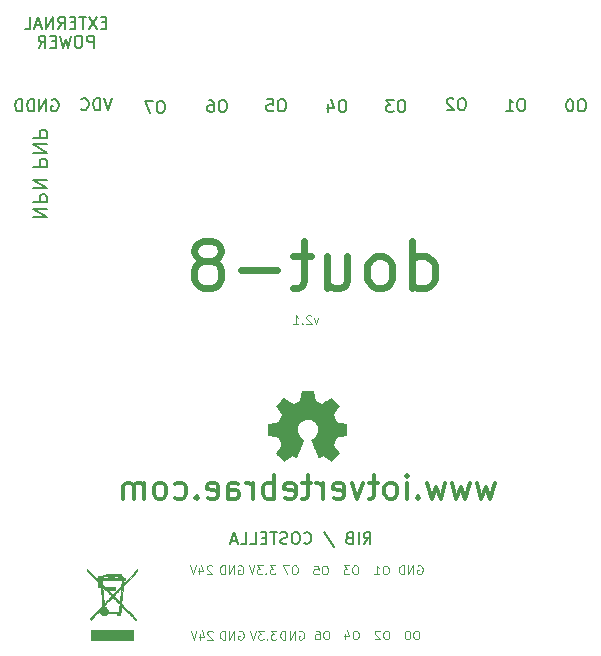
<source format=gbr>
%TF.GenerationSoftware,KiCad,Pcbnew,6.0.11+dfsg-1~bpo11+1*%
%TF.CreationDate,2023-07-05T16:24:21+02:00*%
%TF.ProjectId,dout8rib21,646f7574-3872-4696-9232-312e6b696361,1.1*%
%TF.SameCoordinates,Original*%
%TF.FileFunction,Legend,Bot*%
%TF.FilePolarity,Positive*%
%FSLAX46Y46*%
G04 Gerber Fmt 4.6, Leading zero omitted, Abs format (unit mm)*
G04 Created by KiCad (PCBNEW 6.0.11+dfsg-1~bpo11+1) date 2023-07-05 16:24:21*
%MOMM*%
%LPD*%
G01*
G04 APERTURE LIST*
%ADD10C,0.100000*%
%ADD11C,0.150000*%
%ADD12C,0.200000*%
%ADD13C,0.600000*%
%ADD14C,0.300000*%
%ADD15C,0.010000*%
G04 APERTURE END LIST*
D10*
X150467142Y-118149285D02*
X150002857Y-118149285D01*
X150252857Y-118435000D01*
X150145714Y-118435000D01*
X150074285Y-118470714D01*
X150038571Y-118506428D01*
X150002857Y-118577857D01*
X150002857Y-118756428D01*
X150038571Y-118827857D01*
X150074285Y-118863571D01*
X150145714Y-118899285D01*
X150360000Y-118899285D01*
X150431428Y-118863571D01*
X150467142Y-118827857D01*
X149681428Y-118827857D02*
X149645714Y-118863571D01*
X149681428Y-118899285D01*
X149717142Y-118863571D01*
X149681428Y-118827857D01*
X149681428Y-118899285D01*
X149395714Y-118149285D02*
X148931428Y-118149285D01*
X149181428Y-118435000D01*
X149074285Y-118435000D01*
X149002857Y-118470714D01*
X148967142Y-118506428D01*
X148931428Y-118577857D01*
X148931428Y-118756428D01*
X148967142Y-118827857D01*
X149002857Y-118863571D01*
X149074285Y-118899285D01*
X149288571Y-118899285D01*
X149360000Y-118863571D01*
X149395714Y-118827857D01*
X148717142Y-118149285D02*
X148467142Y-118899285D01*
X148217142Y-118149285D01*
D11*
X166271428Y-73052380D02*
X166080952Y-73052380D01*
X165985714Y-73100000D01*
X165890476Y-73195238D01*
X165842857Y-73385714D01*
X165842857Y-73719047D01*
X165890476Y-73909523D01*
X165985714Y-74004761D01*
X166080952Y-74052380D01*
X166271428Y-74052380D01*
X166366666Y-74004761D01*
X166461904Y-73909523D01*
X166509523Y-73719047D01*
X166509523Y-73385714D01*
X166461904Y-73195238D01*
X166366666Y-73100000D01*
X166271428Y-73052380D01*
X165461904Y-73147619D02*
X165414285Y-73100000D01*
X165319047Y-73052380D01*
X165080952Y-73052380D01*
X164985714Y-73100000D01*
X164938095Y-73147619D01*
X164890476Y-73242857D01*
X164890476Y-73338095D01*
X164938095Y-73480952D01*
X165509523Y-74052380D01*
X164890476Y-74052380D01*
D10*
X152108571Y-112609285D02*
X151965714Y-112609285D01*
X151894285Y-112645000D01*
X151822857Y-112716428D01*
X151787142Y-112859285D01*
X151787142Y-113109285D01*
X151822857Y-113252142D01*
X151894285Y-113323571D01*
X151965714Y-113359285D01*
X152108571Y-113359285D01*
X152180000Y-113323571D01*
X152251428Y-113252142D01*
X152287142Y-113109285D01*
X152287142Y-112859285D01*
X152251428Y-112716428D01*
X152180000Y-112645000D01*
X152108571Y-112609285D01*
X151537142Y-112609285D02*
X151037142Y-112609285D01*
X151358571Y-113359285D01*
X150377142Y-112599285D02*
X149912857Y-112599285D01*
X150162857Y-112885000D01*
X150055714Y-112885000D01*
X149984285Y-112920714D01*
X149948571Y-112956428D01*
X149912857Y-113027857D01*
X149912857Y-113206428D01*
X149948571Y-113277857D01*
X149984285Y-113313571D01*
X150055714Y-113349285D01*
X150270000Y-113349285D01*
X150341428Y-113313571D01*
X150377142Y-113277857D01*
X149591428Y-113277857D02*
X149555714Y-113313571D01*
X149591428Y-113349285D01*
X149627142Y-113313571D01*
X149591428Y-113277857D01*
X149591428Y-113349285D01*
X149305714Y-112599285D02*
X148841428Y-112599285D01*
X149091428Y-112885000D01*
X148984285Y-112885000D01*
X148912857Y-112920714D01*
X148877142Y-112956428D01*
X148841428Y-113027857D01*
X148841428Y-113206428D01*
X148877142Y-113277857D01*
X148912857Y-113313571D01*
X148984285Y-113349285D01*
X149198571Y-113349285D01*
X149270000Y-113313571D01*
X149305714Y-113277857D01*
X148627142Y-112599285D02*
X148377142Y-113349285D01*
X148127142Y-112599285D01*
X147261428Y-112635000D02*
X147332857Y-112599285D01*
X147440000Y-112599285D01*
X147547142Y-112635000D01*
X147618571Y-112706428D01*
X147654285Y-112777857D01*
X147690000Y-112920714D01*
X147690000Y-113027857D01*
X147654285Y-113170714D01*
X147618571Y-113242142D01*
X147547142Y-113313571D01*
X147440000Y-113349285D01*
X147368571Y-113349285D01*
X147261428Y-113313571D01*
X147225714Y-113277857D01*
X147225714Y-113027857D01*
X147368571Y-113027857D01*
X146904285Y-113349285D02*
X146904285Y-112599285D01*
X146475714Y-113349285D01*
X146475714Y-112599285D01*
X146118571Y-113349285D02*
X146118571Y-112599285D01*
X145940000Y-112599285D01*
X145832857Y-112635000D01*
X145761428Y-112706428D01*
X145725714Y-112777857D01*
X145690000Y-112920714D01*
X145690000Y-113027857D01*
X145725714Y-113170714D01*
X145761428Y-113242142D01*
X145832857Y-113313571D01*
X145940000Y-113349285D01*
X146118571Y-113349285D01*
X157228571Y-112609285D02*
X157085714Y-112609285D01*
X157014285Y-112645000D01*
X156942857Y-112716428D01*
X156907142Y-112859285D01*
X156907142Y-113109285D01*
X156942857Y-113252142D01*
X157014285Y-113323571D01*
X157085714Y-113359285D01*
X157228571Y-113359285D01*
X157300000Y-113323571D01*
X157371428Y-113252142D01*
X157407142Y-113109285D01*
X157407142Y-112859285D01*
X157371428Y-112716428D01*
X157300000Y-112645000D01*
X157228571Y-112609285D01*
X156657142Y-112609285D02*
X156192857Y-112609285D01*
X156442857Y-112895000D01*
X156335714Y-112895000D01*
X156264285Y-112930714D01*
X156228571Y-112966428D01*
X156192857Y-113037857D01*
X156192857Y-113216428D01*
X156228571Y-113287857D01*
X156264285Y-113323571D01*
X156335714Y-113359285D01*
X156550000Y-113359285D01*
X156621428Y-113323571D01*
X156657142Y-113287857D01*
D12*
X129857142Y-83121428D02*
X131057142Y-83121428D01*
X129857142Y-82435714D01*
X131057142Y-82435714D01*
X129857142Y-81864285D02*
X131057142Y-81864285D01*
X131057142Y-81407142D01*
X131000000Y-81292857D01*
X130942857Y-81235714D01*
X130828571Y-81178571D01*
X130657142Y-81178571D01*
X130542857Y-81235714D01*
X130485714Y-81292857D01*
X130428571Y-81407142D01*
X130428571Y-81864285D01*
X129857142Y-80664285D02*
X131057142Y-80664285D01*
X129857142Y-79978571D01*
X131057142Y-79978571D01*
X129857142Y-78842857D02*
X131057142Y-78842857D01*
X131057142Y-78385714D01*
X131000000Y-78271428D01*
X130942857Y-78214285D01*
X130828571Y-78157142D01*
X130657142Y-78157142D01*
X130542857Y-78214285D01*
X130485714Y-78271428D01*
X130428571Y-78385714D01*
X130428571Y-78842857D01*
X129857142Y-77642857D02*
X131057142Y-77642857D01*
X129857142Y-76957142D01*
X131057142Y-76957142D01*
X129857142Y-76385714D02*
X131057142Y-76385714D01*
X131057142Y-75928571D01*
X131000000Y-75814285D01*
X130942857Y-75757142D01*
X130828571Y-75700000D01*
X130657142Y-75700000D01*
X130542857Y-75757142D01*
X130485714Y-75814285D01*
X130428571Y-75928571D01*
X130428571Y-76385714D01*
D11*
X156171428Y-73202380D02*
X155980952Y-73202380D01*
X155885714Y-73250000D01*
X155790476Y-73345238D01*
X155742857Y-73535714D01*
X155742857Y-73869047D01*
X155790476Y-74059523D01*
X155885714Y-74154761D01*
X155980952Y-74202380D01*
X156171428Y-74202380D01*
X156266666Y-74154761D01*
X156361904Y-74059523D01*
X156409523Y-73869047D01*
X156409523Y-73535714D01*
X156361904Y-73345238D01*
X156266666Y-73250000D01*
X156171428Y-73202380D01*
X154885714Y-73535714D02*
X154885714Y-74202380D01*
X155123809Y-73154761D02*
X155361904Y-73869047D01*
X154742857Y-73869047D01*
D13*
X161985714Y-89109523D02*
X161985714Y-85109523D01*
X161985714Y-88919047D02*
X162366666Y-89109523D01*
X163128571Y-89109523D01*
X163509523Y-88919047D01*
X163700000Y-88728571D01*
X163890476Y-88347619D01*
X163890476Y-87204761D01*
X163700000Y-86823809D01*
X163509523Y-86633333D01*
X163128571Y-86442857D01*
X162366666Y-86442857D01*
X161985714Y-86633333D01*
X159509523Y-89109523D02*
X159890476Y-88919047D01*
X160080952Y-88728571D01*
X160271428Y-88347619D01*
X160271428Y-87204761D01*
X160080952Y-86823809D01*
X159890476Y-86633333D01*
X159509523Y-86442857D01*
X158938095Y-86442857D01*
X158557142Y-86633333D01*
X158366666Y-86823809D01*
X158176190Y-87204761D01*
X158176190Y-88347619D01*
X158366666Y-88728571D01*
X158557142Y-88919047D01*
X158938095Y-89109523D01*
X159509523Y-89109523D01*
X154747619Y-86442857D02*
X154747619Y-89109523D01*
X156461904Y-86442857D02*
X156461904Y-88538095D01*
X156271428Y-88919047D01*
X155890476Y-89109523D01*
X155319047Y-89109523D01*
X154938095Y-88919047D01*
X154747619Y-88728571D01*
X153414285Y-86442857D02*
X151890476Y-86442857D01*
X152842857Y-85109523D02*
X152842857Y-88538095D01*
X152652380Y-88919047D01*
X152271428Y-89109523D01*
X151890476Y-89109523D01*
X150557142Y-87585714D02*
X147509523Y-87585714D01*
X145033333Y-86823809D02*
X145414285Y-86633333D01*
X145604761Y-86442857D01*
X145795238Y-86061904D01*
X145795238Y-85871428D01*
X145604761Y-85490476D01*
X145414285Y-85300000D01*
X145033333Y-85109523D01*
X144271428Y-85109523D01*
X143890476Y-85300000D01*
X143700000Y-85490476D01*
X143509523Y-85871428D01*
X143509523Y-86061904D01*
X143700000Y-86442857D01*
X143890476Y-86633333D01*
X144271428Y-86823809D01*
X145033333Y-86823809D01*
X145414285Y-87014285D01*
X145604761Y-87204761D01*
X145795238Y-87585714D01*
X145795238Y-88347619D01*
X145604761Y-88728571D01*
X145414285Y-88919047D01*
X145033333Y-89109523D01*
X144271428Y-89109523D01*
X143890476Y-88919047D01*
X143700000Y-88728571D01*
X143509523Y-88347619D01*
X143509523Y-87585714D01*
X143700000Y-87204761D01*
X143890476Y-87014285D01*
X144271428Y-86823809D01*
D10*
X157268571Y-118119285D02*
X157125714Y-118119285D01*
X157054285Y-118155000D01*
X156982857Y-118226428D01*
X156947142Y-118369285D01*
X156947142Y-118619285D01*
X156982857Y-118762142D01*
X157054285Y-118833571D01*
X157125714Y-118869285D01*
X157268571Y-118869285D01*
X157340000Y-118833571D01*
X157411428Y-118762142D01*
X157447142Y-118619285D01*
X157447142Y-118369285D01*
X157411428Y-118226428D01*
X157340000Y-118155000D01*
X157268571Y-118119285D01*
X156304285Y-118369285D02*
X156304285Y-118869285D01*
X156482857Y-118083571D02*
X156661428Y-118619285D01*
X156197142Y-118619285D01*
X154778571Y-118119285D02*
X154635714Y-118119285D01*
X154564285Y-118155000D01*
X154492857Y-118226428D01*
X154457142Y-118369285D01*
X154457142Y-118619285D01*
X154492857Y-118762142D01*
X154564285Y-118833571D01*
X154635714Y-118869285D01*
X154778571Y-118869285D01*
X154850000Y-118833571D01*
X154921428Y-118762142D01*
X154957142Y-118619285D01*
X154957142Y-118369285D01*
X154921428Y-118226428D01*
X154850000Y-118155000D01*
X154778571Y-118119285D01*
X153814285Y-118119285D02*
X153957142Y-118119285D01*
X154028571Y-118155000D01*
X154064285Y-118190714D01*
X154135714Y-118297857D01*
X154171428Y-118440714D01*
X154171428Y-118726428D01*
X154135714Y-118797857D01*
X154100000Y-118833571D01*
X154028571Y-118869285D01*
X153885714Y-118869285D01*
X153814285Y-118833571D01*
X153778571Y-118797857D01*
X153742857Y-118726428D01*
X153742857Y-118547857D01*
X153778571Y-118476428D01*
X153814285Y-118440714D01*
X153885714Y-118405000D01*
X154028571Y-118405000D01*
X154100000Y-118440714D01*
X154135714Y-118476428D01*
X154171428Y-118547857D01*
X162398571Y-118119285D02*
X162255714Y-118119285D01*
X162184285Y-118155000D01*
X162112857Y-118226428D01*
X162077142Y-118369285D01*
X162077142Y-118619285D01*
X162112857Y-118762142D01*
X162184285Y-118833571D01*
X162255714Y-118869285D01*
X162398571Y-118869285D01*
X162470000Y-118833571D01*
X162541428Y-118762142D01*
X162577142Y-118619285D01*
X162577142Y-118369285D01*
X162541428Y-118226428D01*
X162470000Y-118155000D01*
X162398571Y-118119285D01*
X161612857Y-118119285D02*
X161541428Y-118119285D01*
X161470000Y-118155000D01*
X161434285Y-118190714D01*
X161398571Y-118262142D01*
X161362857Y-118405000D01*
X161362857Y-118583571D01*
X161398571Y-118726428D01*
X161434285Y-118797857D01*
X161470000Y-118833571D01*
X161541428Y-118869285D01*
X161612857Y-118869285D01*
X161684285Y-118833571D01*
X161720000Y-118797857D01*
X161755714Y-118726428D01*
X161791428Y-118583571D01*
X161791428Y-118405000D01*
X161755714Y-118262142D01*
X161720000Y-118190714D01*
X161684285Y-118155000D01*
X161612857Y-118119285D01*
X145072857Y-118210714D02*
X145037142Y-118175000D01*
X144965714Y-118139285D01*
X144787142Y-118139285D01*
X144715714Y-118175000D01*
X144680000Y-118210714D01*
X144644285Y-118282142D01*
X144644285Y-118353571D01*
X144680000Y-118460714D01*
X145108571Y-118889285D01*
X144644285Y-118889285D01*
X144001428Y-118389285D02*
X144001428Y-118889285D01*
X144180000Y-118103571D02*
X144358571Y-118639285D01*
X143894285Y-118639285D01*
X143715714Y-118139285D02*
X143465714Y-118889285D01*
X143215714Y-118139285D01*
D11*
X131461904Y-73200000D02*
X131557142Y-73152380D01*
X131700000Y-73152380D01*
X131842857Y-73200000D01*
X131938095Y-73295238D01*
X131985714Y-73390476D01*
X132033333Y-73580952D01*
X132033333Y-73723809D01*
X131985714Y-73914285D01*
X131938095Y-74009523D01*
X131842857Y-74104761D01*
X131700000Y-74152380D01*
X131604761Y-74152380D01*
X131461904Y-74104761D01*
X131414285Y-74057142D01*
X131414285Y-73723809D01*
X131604761Y-73723809D01*
X130985714Y-74152380D02*
X130985714Y-73152380D01*
X130414285Y-74152380D01*
X130414285Y-73152380D01*
X129938095Y-74152380D02*
X129938095Y-73152380D01*
X129700000Y-73152380D01*
X129557142Y-73200000D01*
X129461904Y-73295238D01*
X129414285Y-73390476D01*
X129366666Y-73580952D01*
X129366666Y-73723809D01*
X129414285Y-73914285D01*
X129461904Y-74009523D01*
X129557142Y-74104761D01*
X129700000Y-74152380D01*
X129938095Y-74152380D01*
X128938095Y-74152380D02*
X128938095Y-73152380D01*
X128700000Y-73152380D01*
X128557142Y-73200000D01*
X128461904Y-73295238D01*
X128414285Y-73390476D01*
X128366666Y-73580952D01*
X128366666Y-73723809D01*
X128414285Y-73914285D01*
X128461904Y-74009523D01*
X128557142Y-74104761D01*
X128700000Y-74152380D01*
X128938095Y-74152380D01*
D10*
X154031428Y-91689285D02*
X153852857Y-92189285D01*
X153674285Y-91689285D01*
X153424285Y-91510714D02*
X153388571Y-91475000D01*
X153317142Y-91439285D01*
X153138571Y-91439285D01*
X153067142Y-91475000D01*
X153031428Y-91510714D01*
X152995714Y-91582142D01*
X152995714Y-91653571D01*
X153031428Y-91760714D01*
X153460000Y-92189285D01*
X152995714Y-92189285D01*
X152674285Y-92117857D02*
X152638571Y-92153571D01*
X152674285Y-92189285D01*
X152710000Y-92153571D01*
X152674285Y-92117857D01*
X152674285Y-92189285D01*
X151924285Y-92189285D02*
X152352857Y-92189285D01*
X152138571Y-92189285D02*
X152138571Y-91439285D01*
X152210000Y-91546428D01*
X152281428Y-91617857D01*
X152352857Y-91653571D01*
D11*
X151021428Y-73152380D02*
X150830952Y-73152380D01*
X150735714Y-73200000D01*
X150640476Y-73295238D01*
X150592857Y-73485714D01*
X150592857Y-73819047D01*
X150640476Y-74009523D01*
X150735714Y-74104761D01*
X150830952Y-74152380D01*
X151021428Y-74152380D01*
X151116666Y-74104761D01*
X151211904Y-74009523D01*
X151259523Y-73819047D01*
X151259523Y-73485714D01*
X151211904Y-73295238D01*
X151116666Y-73200000D01*
X151021428Y-73152380D01*
X149688095Y-73152380D02*
X150164285Y-73152380D01*
X150211904Y-73628571D01*
X150164285Y-73580952D01*
X150069047Y-73533333D01*
X149830952Y-73533333D01*
X149735714Y-73580952D01*
X149688095Y-73628571D01*
X149640476Y-73723809D01*
X149640476Y-73961904D01*
X149688095Y-74057142D01*
X149735714Y-74104761D01*
X149830952Y-74152380D01*
X150069047Y-74152380D01*
X150164285Y-74104761D01*
X150211904Y-74057142D01*
D10*
X159848571Y-118119285D02*
X159705714Y-118119285D01*
X159634285Y-118155000D01*
X159562857Y-118226428D01*
X159527142Y-118369285D01*
X159527142Y-118619285D01*
X159562857Y-118762142D01*
X159634285Y-118833571D01*
X159705714Y-118869285D01*
X159848571Y-118869285D01*
X159920000Y-118833571D01*
X159991428Y-118762142D01*
X160027142Y-118619285D01*
X160027142Y-118369285D01*
X159991428Y-118226428D01*
X159920000Y-118155000D01*
X159848571Y-118119285D01*
X159241428Y-118190714D02*
X159205714Y-118155000D01*
X159134285Y-118119285D01*
X158955714Y-118119285D01*
X158884285Y-118155000D01*
X158848571Y-118190714D01*
X158812857Y-118262142D01*
X158812857Y-118333571D01*
X158848571Y-118440714D01*
X159277142Y-118869285D01*
X158812857Y-118869285D01*
D11*
X157875714Y-110792380D02*
X158209047Y-110316190D01*
X158447142Y-110792380D02*
X158447142Y-109792380D01*
X158066190Y-109792380D01*
X157970952Y-109840000D01*
X157923333Y-109887619D01*
X157875714Y-109982857D01*
X157875714Y-110125714D01*
X157923333Y-110220952D01*
X157970952Y-110268571D01*
X158066190Y-110316190D01*
X158447142Y-110316190D01*
X157447142Y-110792380D02*
X157447142Y-109792380D01*
X156637619Y-110268571D02*
X156494761Y-110316190D01*
X156447142Y-110363809D01*
X156399523Y-110459047D01*
X156399523Y-110601904D01*
X156447142Y-110697142D01*
X156494761Y-110744761D01*
X156590000Y-110792380D01*
X156970952Y-110792380D01*
X156970952Y-109792380D01*
X156637619Y-109792380D01*
X156542380Y-109840000D01*
X156494761Y-109887619D01*
X156447142Y-109982857D01*
X156447142Y-110078095D01*
X156494761Y-110173333D01*
X156542380Y-110220952D01*
X156637619Y-110268571D01*
X156970952Y-110268571D01*
X154494761Y-109744761D02*
X155351904Y-111030476D01*
X152828095Y-110697142D02*
X152875714Y-110744761D01*
X153018571Y-110792380D01*
X153113809Y-110792380D01*
X153256666Y-110744761D01*
X153351904Y-110649523D01*
X153399523Y-110554285D01*
X153447142Y-110363809D01*
X153447142Y-110220952D01*
X153399523Y-110030476D01*
X153351904Y-109935238D01*
X153256666Y-109840000D01*
X153113809Y-109792380D01*
X153018571Y-109792380D01*
X152875714Y-109840000D01*
X152828095Y-109887619D01*
X152209047Y-109792380D02*
X152018571Y-109792380D01*
X151923333Y-109840000D01*
X151828095Y-109935238D01*
X151780476Y-110125714D01*
X151780476Y-110459047D01*
X151828095Y-110649523D01*
X151923333Y-110744761D01*
X152018571Y-110792380D01*
X152209047Y-110792380D01*
X152304285Y-110744761D01*
X152399523Y-110649523D01*
X152447142Y-110459047D01*
X152447142Y-110125714D01*
X152399523Y-109935238D01*
X152304285Y-109840000D01*
X152209047Y-109792380D01*
X151399523Y-110744761D02*
X151256666Y-110792380D01*
X151018571Y-110792380D01*
X150923333Y-110744761D01*
X150875714Y-110697142D01*
X150828095Y-110601904D01*
X150828095Y-110506666D01*
X150875714Y-110411428D01*
X150923333Y-110363809D01*
X151018571Y-110316190D01*
X151209047Y-110268571D01*
X151304285Y-110220952D01*
X151351904Y-110173333D01*
X151399523Y-110078095D01*
X151399523Y-109982857D01*
X151351904Y-109887619D01*
X151304285Y-109840000D01*
X151209047Y-109792380D01*
X150970952Y-109792380D01*
X150828095Y-109840000D01*
X150542380Y-109792380D02*
X149970952Y-109792380D01*
X150256666Y-110792380D02*
X150256666Y-109792380D01*
X149637619Y-110268571D02*
X149304285Y-110268571D01*
X149161428Y-110792380D02*
X149637619Y-110792380D01*
X149637619Y-109792380D01*
X149161428Y-109792380D01*
X148256666Y-110792380D02*
X148732857Y-110792380D01*
X148732857Y-109792380D01*
X147447142Y-110792380D02*
X147923333Y-110792380D01*
X147923333Y-109792380D01*
X147161428Y-110506666D02*
X146685238Y-110506666D01*
X147256666Y-110792380D02*
X146923333Y-109792380D01*
X146590000Y-110792380D01*
X171321428Y-73102380D02*
X171130952Y-73102380D01*
X171035714Y-73150000D01*
X170940476Y-73245238D01*
X170892857Y-73435714D01*
X170892857Y-73769047D01*
X170940476Y-73959523D01*
X171035714Y-74054761D01*
X171130952Y-74102380D01*
X171321428Y-74102380D01*
X171416666Y-74054761D01*
X171511904Y-73959523D01*
X171559523Y-73769047D01*
X171559523Y-73435714D01*
X171511904Y-73245238D01*
X171416666Y-73150000D01*
X171321428Y-73102380D01*
X169940476Y-74102380D02*
X170511904Y-74102380D01*
X170226190Y-74102380D02*
X170226190Y-73102380D01*
X170321428Y-73245238D01*
X170416666Y-73340476D01*
X170511904Y-73388095D01*
X136533333Y-73052380D02*
X136200000Y-74052380D01*
X135866666Y-73052380D01*
X135533333Y-74052380D02*
X135533333Y-73052380D01*
X135295238Y-73052380D01*
X135152380Y-73100000D01*
X135057142Y-73195238D01*
X135009523Y-73290476D01*
X134961904Y-73480952D01*
X134961904Y-73623809D01*
X135009523Y-73814285D01*
X135057142Y-73909523D01*
X135152380Y-74004761D01*
X135295238Y-74052380D01*
X135533333Y-74052380D01*
X133961904Y-73957142D02*
X134009523Y-74004761D01*
X134152380Y-74052380D01*
X134247619Y-74052380D01*
X134390476Y-74004761D01*
X134485714Y-73909523D01*
X134533333Y-73814285D01*
X134580952Y-73623809D01*
X134580952Y-73480952D01*
X134533333Y-73290476D01*
X134485714Y-73195238D01*
X134390476Y-73100000D01*
X134247619Y-73052380D01*
X134152380Y-73052380D01*
X134009523Y-73100000D01*
X133961904Y-73147619D01*
D10*
X152391428Y-118175000D02*
X152462857Y-118139285D01*
X152570000Y-118139285D01*
X152677142Y-118175000D01*
X152748571Y-118246428D01*
X152784285Y-118317857D01*
X152820000Y-118460714D01*
X152820000Y-118567857D01*
X152784285Y-118710714D01*
X152748571Y-118782142D01*
X152677142Y-118853571D01*
X152570000Y-118889285D01*
X152498571Y-118889285D01*
X152391428Y-118853571D01*
X152355714Y-118817857D01*
X152355714Y-118567857D01*
X152498571Y-118567857D01*
X152034285Y-118889285D02*
X152034285Y-118139285D01*
X151605714Y-118889285D01*
X151605714Y-118139285D01*
X151248571Y-118889285D02*
X151248571Y-118139285D01*
X151070000Y-118139285D01*
X150962857Y-118175000D01*
X150891428Y-118246428D01*
X150855714Y-118317857D01*
X150820000Y-118460714D01*
X150820000Y-118567857D01*
X150855714Y-118710714D01*
X150891428Y-118782142D01*
X150962857Y-118853571D01*
X151070000Y-118889285D01*
X151248571Y-118889285D01*
D11*
X140771428Y-73302380D02*
X140580952Y-73302380D01*
X140485714Y-73350000D01*
X140390476Y-73445238D01*
X140342857Y-73635714D01*
X140342857Y-73969047D01*
X140390476Y-74159523D01*
X140485714Y-74254761D01*
X140580952Y-74302380D01*
X140771428Y-74302380D01*
X140866666Y-74254761D01*
X140961904Y-74159523D01*
X141009523Y-73969047D01*
X141009523Y-73635714D01*
X140961904Y-73445238D01*
X140866666Y-73350000D01*
X140771428Y-73302380D01*
X140009523Y-73302380D02*
X139342857Y-73302380D01*
X139771428Y-74302380D01*
X176421428Y-73152380D02*
X176230952Y-73152380D01*
X176135714Y-73200000D01*
X176040476Y-73295238D01*
X175992857Y-73485714D01*
X175992857Y-73819047D01*
X176040476Y-74009523D01*
X176135714Y-74104761D01*
X176230952Y-74152380D01*
X176421428Y-74152380D01*
X176516666Y-74104761D01*
X176611904Y-74009523D01*
X176659523Y-73819047D01*
X176659523Y-73485714D01*
X176611904Y-73295238D01*
X176516666Y-73200000D01*
X176421428Y-73152380D01*
X175373809Y-73152380D02*
X175278571Y-73152380D01*
X175183333Y-73200000D01*
X175135714Y-73247619D01*
X175088095Y-73342857D01*
X175040476Y-73533333D01*
X175040476Y-73771428D01*
X175088095Y-73961904D01*
X175135714Y-74057142D01*
X175183333Y-74104761D01*
X175278571Y-74152380D01*
X175373809Y-74152380D01*
X175469047Y-74104761D01*
X175516666Y-74057142D01*
X175564285Y-73961904D01*
X175611904Y-73771428D01*
X175611904Y-73533333D01*
X175564285Y-73342857D01*
X175516666Y-73247619D01*
X175469047Y-73200000D01*
X175373809Y-73152380D01*
X136080952Y-66623571D02*
X135747619Y-66623571D01*
X135604761Y-67147380D02*
X136080952Y-67147380D01*
X136080952Y-66147380D01*
X135604761Y-66147380D01*
X135271428Y-66147380D02*
X134604761Y-67147380D01*
X134604761Y-66147380D02*
X135271428Y-67147380D01*
X134366666Y-66147380D02*
X133795238Y-66147380D01*
X134080952Y-67147380D02*
X134080952Y-66147380D01*
X133461904Y-66623571D02*
X133128571Y-66623571D01*
X132985714Y-67147380D02*
X133461904Y-67147380D01*
X133461904Y-66147380D01*
X132985714Y-66147380D01*
X131985714Y-67147380D02*
X132319047Y-66671190D01*
X132557142Y-67147380D02*
X132557142Y-66147380D01*
X132176190Y-66147380D01*
X132080952Y-66195000D01*
X132033333Y-66242619D01*
X131985714Y-66337857D01*
X131985714Y-66480714D01*
X132033333Y-66575952D01*
X132080952Y-66623571D01*
X132176190Y-66671190D01*
X132557142Y-66671190D01*
X131557142Y-67147380D02*
X131557142Y-66147380D01*
X130985714Y-67147380D01*
X130985714Y-66147380D01*
X130557142Y-66861666D02*
X130080952Y-66861666D01*
X130652380Y-67147380D02*
X130319047Y-66147380D01*
X129985714Y-67147380D01*
X129176190Y-67147380D02*
X129652380Y-67147380D01*
X129652380Y-66147380D01*
X135009523Y-68757380D02*
X135009523Y-67757380D01*
X134628571Y-67757380D01*
X134533333Y-67805000D01*
X134485714Y-67852619D01*
X134438095Y-67947857D01*
X134438095Y-68090714D01*
X134485714Y-68185952D01*
X134533333Y-68233571D01*
X134628571Y-68281190D01*
X135009523Y-68281190D01*
X133819047Y-67757380D02*
X133628571Y-67757380D01*
X133533333Y-67805000D01*
X133438095Y-67900238D01*
X133390476Y-68090714D01*
X133390476Y-68424047D01*
X133438095Y-68614523D01*
X133533333Y-68709761D01*
X133628571Y-68757380D01*
X133819047Y-68757380D01*
X133914285Y-68709761D01*
X134009523Y-68614523D01*
X134057142Y-68424047D01*
X134057142Y-68090714D01*
X134009523Y-67900238D01*
X133914285Y-67805000D01*
X133819047Y-67757380D01*
X133057142Y-67757380D02*
X132819047Y-68757380D01*
X132628571Y-68043095D01*
X132438095Y-68757380D01*
X132200000Y-67757380D01*
X131819047Y-68233571D02*
X131485714Y-68233571D01*
X131342857Y-68757380D02*
X131819047Y-68757380D01*
X131819047Y-67757380D01*
X131342857Y-67757380D01*
X130342857Y-68757380D02*
X130676190Y-68281190D01*
X130914285Y-68757380D02*
X130914285Y-67757380D01*
X130533333Y-67757380D01*
X130438095Y-67805000D01*
X130390476Y-67852619D01*
X130342857Y-67947857D01*
X130342857Y-68090714D01*
X130390476Y-68185952D01*
X130438095Y-68233571D01*
X130533333Y-68281190D01*
X130914285Y-68281190D01*
D14*
X168959523Y-105621428D02*
X168578571Y-106954761D01*
X168197619Y-106002380D01*
X167816666Y-106954761D01*
X167435714Y-105621428D01*
X166864285Y-105621428D02*
X166483333Y-106954761D01*
X166102380Y-106002380D01*
X165721428Y-106954761D01*
X165340476Y-105621428D01*
X164769047Y-105621428D02*
X164388095Y-106954761D01*
X164007142Y-106002380D01*
X163626190Y-106954761D01*
X163245238Y-105621428D01*
X162483333Y-106764285D02*
X162388095Y-106859523D01*
X162483333Y-106954761D01*
X162578571Y-106859523D01*
X162483333Y-106764285D01*
X162483333Y-106954761D01*
X161530952Y-106954761D02*
X161530952Y-105621428D01*
X161530952Y-104954761D02*
X161626190Y-105050000D01*
X161530952Y-105145238D01*
X161435714Y-105050000D01*
X161530952Y-104954761D01*
X161530952Y-105145238D01*
X160292857Y-106954761D02*
X160483333Y-106859523D01*
X160578571Y-106764285D01*
X160673809Y-106573809D01*
X160673809Y-106002380D01*
X160578571Y-105811904D01*
X160483333Y-105716666D01*
X160292857Y-105621428D01*
X160007142Y-105621428D01*
X159816666Y-105716666D01*
X159721428Y-105811904D01*
X159626190Y-106002380D01*
X159626190Y-106573809D01*
X159721428Y-106764285D01*
X159816666Y-106859523D01*
X160007142Y-106954761D01*
X160292857Y-106954761D01*
X159054761Y-105621428D02*
X158292857Y-105621428D01*
X158769047Y-104954761D02*
X158769047Y-106669047D01*
X158673809Y-106859523D01*
X158483333Y-106954761D01*
X158292857Y-106954761D01*
X157816666Y-105621428D02*
X157340476Y-106954761D01*
X156864285Y-105621428D01*
X155340476Y-106859523D02*
X155530952Y-106954761D01*
X155911904Y-106954761D01*
X156102380Y-106859523D01*
X156197619Y-106669047D01*
X156197619Y-105907142D01*
X156102380Y-105716666D01*
X155911904Y-105621428D01*
X155530952Y-105621428D01*
X155340476Y-105716666D01*
X155245238Y-105907142D01*
X155245238Y-106097619D01*
X156197619Y-106288095D01*
X154388095Y-106954761D02*
X154388095Y-105621428D01*
X154388095Y-106002380D02*
X154292857Y-105811904D01*
X154197619Y-105716666D01*
X154007142Y-105621428D01*
X153816666Y-105621428D01*
X153435714Y-105621428D02*
X152673809Y-105621428D01*
X153150000Y-104954761D02*
X153150000Y-106669047D01*
X153054761Y-106859523D01*
X152864285Y-106954761D01*
X152673809Y-106954761D01*
X151245238Y-106859523D02*
X151435714Y-106954761D01*
X151816666Y-106954761D01*
X152007142Y-106859523D01*
X152102380Y-106669047D01*
X152102380Y-105907142D01*
X152007142Y-105716666D01*
X151816666Y-105621428D01*
X151435714Y-105621428D01*
X151245238Y-105716666D01*
X151150000Y-105907142D01*
X151150000Y-106097619D01*
X152102380Y-106288095D01*
X150292857Y-106954761D02*
X150292857Y-104954761D01*
X150292857Y-105716666D02*
X150102380Y-105621428D01*
X149721428Y-105621428D01*
X149530952Y-105716666D01*
X149435714Y-105811904D01*
X149340476Y-106002380D01*
X149340476Y-106573809D01*
X149435714Y-106764285D01*
X149530952Y-106859523D01*
X149721428Y-106954761D01*
X150102380Y-106954761D01*
X150292857Y-106859523D01*
X148483333Y-106954761D02*
X148483333Y-105621428D01*
X148483333Y-106002380D02*
X148388095Y-105811904D01*
X148292857Y-105716666D01*
X148102380Y-105621428D01*
X147911904Y-105621428D01*
X146388095Y-106954761D02*
X146388095Y-105907142D01*
X146483333Y-105716666D01*
X146673809Y-105621428D01*
X147054761Y-105621428D01*
X147245238Y-105716666D01*
X146388095Y-106859523D02*
X146578571Y-106954761D01*
X147054761Y-106954761D01*
X147245238Y-106859523D01*
X147340476Y-106669047D01*
X147340476Y-106478571D01*
X147245238Y-106288095D01*
X147054761Y-106192857D01*
X146578571Y-106192857D01*
X146388095Y-106097619D01*
X144673809Y-106859523D02*
X144864285Y-106954761D01*
X145245238Y-106954761D01*
X145435714Y-106859523D01*
X145530952Y-106669047D01*
X145530952Y-105907142D01*
X145435714Y-105716666D01*
X145245238Y-105621428D01*
X144864285Y-105621428D01*
X144673809Y-105716666D01*
X144578571Y-105907142D01*
X144578571Y-106097619D01*
X145530952Y-106288095D01*
X143721428Y-106764285D02*
X143626190Y-106859523D01*
X143721428Y-106954761D01*
X143816666Y-106859523D01*
X143721428Y-106764285D01*
X143721428Y-106954761D01*
X141911904Y-106859523D02*
X142102380Y-106954761D01*
X142483333Y-106954761D01*
X142673809Y-106859523D01*
X142769047Y-106764285D01*
X142864285Y-106573809D01*
X142864285Y-106002380D01*
X142769047Y-105811904D01*
X142673809Y-105716666D01*
X142483333Y-105621428D01*
X142102380Y-105621428D01*
X141911904Y-105716666D01*
X140769047Y-106954761D02*
X140959523Y-106859523D01*
X141054761Y-106764285D01*
X141150000Y-106573809D01*
X141150000Y-106002380D01*
X141054761Y-105811904D01*
X140959523Y-105716666D01*
X140769047Y-105621428D01*
X140483333Y-105621428D01*
X140292857Y-105716666D01*
X140197619Y-105811904D01*
X140102380Y-106002380D01*
X140102380Y-106573809D01*
X140197619Y-106764285D01*
X140292857Y-106859523D01*
X140483333Y-106954761D01*
X140769047Y-106954761D01*
X139245238Y-106954761D02*
X139245238Y-105621428D01*
X139245238Y-105811904D02*
X139150000Y-105716666D01*
X138959523Y-105621428D01*
X138673809Y-105621428D01*
X138483333Y-105716666D01*
X138388095Y-105907142D01*
X138388095Y-106954761D01*
X138388095Y-105907142D02*
X138292857Y-105716666D01*
X138102380Y-105621428D01*
X137816666Y-105621428D01*
X137626190Y-105716666D01*
X137530952Y-105907142D01*
X137530952Y-106954761D01*
D10*
X162431428Y-112635000D02*
X162502857Y-112599285D01*
X162610000Y-112599285D01*
X162717142Y-112635000D01*
X162788571Y-112706428D01*
X162824285Y-112777857D01*
X162860000Y-112920714D01*
X162860000Y-113027857D01*
X162824285Y-113170714D01*
X162788571Y-113242142D01*
X162717142Y-113313571D01*
X162610000Y-113349285D01*
X162538571Y-113349285D01*
X162431428Y-113313571D01*
X162395714Y-113277857D01*
X162395714Y-113027857D01*
X162538571Y-113027857D01*
X162074285Y-113349285D02*
X162074285Y-112599285D01*
X161645714Y-113349285D01*
X161645714Y-112599285D01*
X161288571Y-113349285D02*
X161288571Y-112599285D01*
X161110000Y-112599285D01*
X161002857Y-112635000D01*
X160931428Y-112706428D01*
X160895714Y-112777857D01*
X160860000Y-112920714D01*
X160860000Y-113027857D01*
X160895714Y-113170714D01*
X160931428Y-113242142D01*
X161002857Y-113313571D01*
X161110000Y-113349285D01*
X161288571Y-113349285D01*
X154658571Y-112619285D02*
X154515714Y-112619285D01*
X154444285Y-112655000D01*
X154372857Y-112726428D01*
X154337142Y-112869285D01*
X154337142Y-113119285D01*
X154372857Y-113262142D01*
X154444285Y-113333571D01*
X154515714Y-113369285D01*
X154658571Y-113369285D01*
X154730000Y-113333571D01*
X154801428Y-113262142D01*
X154837142Y-113119285D01*
X154837142Y-112869285D01*
X154801428Y-112726428D01*
X154730000Y-112655000D01*
X154658571Y-112619285D01*
X153658571Y-112619285D02*
X154015714Y-112619285D01*
X154051428Y-112976428D01*
X154015714Y-112940714D01*
X153944285Y-112905000D01*
X153765714Y-112905000D01*
X153694285Y-112940714D01*
X153658571Y-112976428D01*
X153622857Y-113047857D01*
X153622857Y-113226428D01*
X153658571Y-113297857D01*
X153694285Y-113333571D01*
X153765714Y-113369285D01*
X153944285Y-113369285D01*
X154015714Y-113333571D01*
X154051428Y-113297857D01*
X159808571Y-112619285D02*
X159665714Y-112619285D01*
X159594285Y-112655000D01*
X159522857Y-112726428D01*
X159487142Y-112869285D01*
X159487142Y-113119285D01*
X159522857Y-113262142D01*
X159594285Y-113333571D01*
X159665714Y-113369285D01*
X159808571Y-113369285D01*
X159880000Y-113333571D01*
X159951428Y-113262142D01*
X159987142Y-113119285D01*
X159987142Y-112869285D01*
X159951428Y-112726428D01*
X159880000Y-112655000D01*
X159808571Y-112619285D01*
X158772857Y-113369285D02*
X159201428Y-113369285D01*
X158987142Y-113369285D02*
X158987142Y-112619285D01*
X159058571Y-112726428D01*
X159130000Y-112797857D01*
X159201428Y-112833571D01*
D11*
X161171428Y-73202380D02*
X160980952Y-73202380D01*
X160885714Y-73250000D01*
X160790476Y-73345238D01*
X160742857Y-73535714D01*
X160742857Y-73869047D01*
X160790476Y-74059523D01*
X160885714Y-74154761D01*
X160980952Y-74202380D01*
X161171428Y-74202380D01*
X161266666Y-74154761D01*
X161361904Y-74059523D01*
X161409523Y-73869047D01*
X161409523Y-73535714D01*
X161361904Y-73345238D01*
X161266666Y-73250000D01*
X161171428Y-73202380D01*
X160409523Y-73202380D02*
X159790476Y-73202380D01*
X160123809Y-73583333D01*
X159980952Y-73583333D01*
X159885714Y-73630952D01*
X159838095Y-73678571D01*
X159790476Y-73773809D01*
X159790476Y-74011904D01*
X159838095Y-74107142D01*
X159885714Y-74154761D01*
X159980952Y-74202380D01*
X160266666Y-74202380D01*
X160361904Y-74154761D01*
X160409523Y-74107142D01*
D10*
X147281428Y-118175000D02*
X147352857Y-118139285D01*
X147460000Y-118139285D01*
X147567142Y-118175000D01*
X147638571Y-118246428D01*
X147674285Y-118317857D01*
X147710000Y-118460714D01*
X147710000Y-118567857D01*
X147674285Y-118710714D01*
X147638571Y-118782142D01*
X147567142Y-118853571D01*
X147460000Y-118889285D01*
X147388571Y-118889285D01*
X147281428Y-118853571D01*
X147245714Y-118817857D01*
X147245714Y-118567857D01*
X147388571Y-118567857D01*
X146924285Y-118889285D02*
X146924285Y-118139285D01*
X146495714Y-118889285D01*
X146495714Y-118139285D01*
X146138571Y-118889285D02*
X146138571Y-118139285D01*
X145960000Y-118139285D01*
X145852857Y-118175000D01*
X145781428Y-118246428D01*
X145745714Y-118317857D01*
X145710000Y-118460714D01*
X145710000Y-118567857D01*
X145745714Y-118710714D01*
X145781428Y-118782142D01*
X145852857Y-118853571D01*
X145960000Y-118889285D01*
X146138571Y-118889285D01*
D11*
X146021428Y-73202380D02*
X145830952Y-73202380D01*
X145735714Y-73250000D01*
X145640476Y-73345238D01*
X145592857Y-73535714D01*
X145592857Y-73869047D01*
X145640476Y-74059523D01*
X145735714Y-74154761D01*
X145830952Y-74202380D01*
X146021428Y-74202380D01*
X146116666Y-74154761D01*
X146211904Y-74059523D01*
X146259523Y-73869047D01*
X146259523Y-73535714D01*
X146211904Y-73345238D01*
X146116666Y-73250000D01*
X146021428Y-73202380D01*
X144735714Y-73202380D02*
X144926190Y-73202380D01*
X145021428Y-73250000D01*
X145069047Y-73297619D01*
X145164285Y-73440476D01*
X145211904Y-73630952D01*
X145211904Y-74011904D01*
X145164285Y-74107142D01*
X145116666Y-74154761D01*
X145021428Y-74202380D01*
X144830952Y-74202380D01*
X144735714Y-74154761D01*
X144688095Y-74107142D01*
X144640476Y-74011904D01*
X144640476Y-73773809D01*
X144688095Y-73678571D01*
X144735714Y-73630952D01*
X144830952Y-73583333D01*
X145021428Y-73583333D01*
X145116666Y-73630952D01*
X145164285Y-73678571D01*
X145211904Y-73773809D01*
D10*
X145022857Y-112680714D02*
X144987142Y-112645000D01*
X144915714Y-112609285D01*
X144737142Y-112609285D01*
X144665714Y-112645000D01*
X144630000Y-112680714D01*
X144594285Y-112752142D01*
X144594285Y-112823571D01*
X144630000Y-112930714D01*
X145058571Y-113359285D01*
X144594285Y-113359285D01*
X143951428Y-112859285D02*
X143951428Y-113359285D01*
X144130000Y-112573571D02*
X144308571Y-113109285D01*
X143844285Y-113109285D01*
X143665714Y-112609285D02*
X143415714Y-113359285D01*
X143165714Y-112609285D01*
%TO.C,REF\u002A\u002A*%
G36*
X137571662Y-113680696D02*
G01*
X137611314Y-113681782D01*
X137679109Y-113681782D01*
X137679109Y-113794951D01*
X137519577Y-113794951D01*
X137504682Y-113972732D01*
X137502682Y-113997037D01*
X137498023Y-114057880D01*
X137494731Y-114107389D01*
X137493092Y-114140992D01*
X137493390Y-114154116D01*
X137497724Y-114150343D01*
X137517496Y-114130676D01*
X137551679Y-114095818D01*
X137598541Y-114047576D01*
X137656354Y-113987757D01*
X137723387Y-113918167D01*
X137797912Y-113840615D01*
X137878197Y-113756907D01*
X137962513Y-113668849D01*
X138049130Y-113578250D01*
X138136319Y-113486915D01*
X138222349Y-113396653D01*
X138305492Y-113309269D01*
X138384016Y-113226572D01*
X138456192Y-113150368D01*
X138520291Y-113082463D01*
X138574583Y-113024666D01*
X138671592Y-112921040D01*
X138672034Y-113009315D01*
X138672475Y-113097589D01*
X138071938Y-113729158D01*
X137471401Y-114360726D01*
X137459396Y-114504674D01*
X137411365Y-115080635D01*
X137402876Y-115182791D01*
X137392343Y-115310612D01*
X137382621Y-115429767D01*
X137373898Y-115537914D01*
X137366358Y-115632713D01*
X137360187Y-115711819D01*
X137355573Y-115772892D01*
X137352700Y-115813590D01*
X137351754Y-115831570D01*
X137354251Y-115839808D01*
X137365471Y-115857599D01*
X137386751Y-115884411D01*
X137397021Y-115896129D01*
X137419225Y-115921466D01*
X137464023Y-115969986D01*
X137522281Y-116031192D01*
X137595129Y-116106307D01*
X137683703Y-116196550D01*
X137789134Y-116303145D01*
X137858492Y-116373093D01*
X137955179Y-116470658D01*
X138051526Y-116567941D01*
X138144638Y-116662014D01*
X138231618Y-116749950D01*
X138309569Y-116828820D01*
X138375596Y-116895699D01*
X138426802Y-116947658D01*
X138627514Y-117151620D01*
X138591058Y-117189671D01*
X138582460Y-117198245D01*
X138557095Y-117219297D01*
X138539695Y-117227723D01*
X138526071Y-117220530D01*
X138500743Y-117198944D01*
X138470379Y-117167995D01*
X138451896Y-117148448D01*
X138417427Y-117112752D01*
X138368712Y-117062684D01*
X138307469Y-117000001D01*
X138235420Y-116926457D01*
X138154285Y-116843810D01*
X138065784Y-116753815D01*
X137971637Y-116658228D01*
X137873565Y-116558805D01*
X137331161Y-116009343D01*
X137309066Y-116294746D01*
X137304250Y-116355662D01*
X137297216Y-116437548D01*
X137290872Y-116499569D01*
X137284748Y-116544987D01*
X137278373Y-116577062D01*
X137271277Y-116599052D01*
X137262991Y-116614219D01*
X137251393Y-116635416D01*
X137241850Y-116674386D01*
X137239010Y-116730531D01*
X137239010Y-116812773D01*
X137012674Y-116812773D01*
X137012674Y-116636733D01*
X136167082Y-116636733D01*
X136118203Y-116692262D01*
X136104836Y-116706722D01*
X136032388Y-116764813D01*
X135950532Y-116800576D01*
X135861900Y-116812773D01*
X135783692Y-116806306D01*
X135695233Y-116779047D01*
X135619507Y-116730328D01*
X135604748Y-116716403D01*
X135567864Y-116671328D01*
X135535503Y-116618819D01*
X135512297Y-116567061D01*
X135502879Y-116524239D01*
X135502697Y-116518023D01*
X135501342Y-116495246D01*
X135497800Y-116479513D01*
X135490390Y-116472068D01*
X135477431Y-116474156D01*
X135457243Y-116487020D01*
X135428145Y-116511905D01*
X135388456Y-116550053D01*
X135336496Y-116602710D01*
X135270584Y-116671119D01*
X135189040Y-116756524D01*
X135145604Y-116802112D01*
X135073000Y-116878441D01*
X135004309Y-116950808D01*
X134942223Y-117016366D01*
X134889434Y-117072274D01*
X134848634Y-117115686D01*
X134822515Y-117143758D01*
X134751119Y-117221436D01*
X134662863Y-117133416D01*
X135208690Y-116561287D01*
X135243105Y-116525188D01*
X135365546Y-116396272D01*
X135470651Y-116284754D01*
X135558736Y-116190288D01*
X135630116Y-116112529D01*
X135680588Y-116056174D01*
X135887247Y-116056174D01*
X135888872Y-116069434D01*
X135889156Y-116070819D01*
X135902698Y-116102228D01*
X135929748Y-116116863D01*
X136013129Y-116148063D01*
X136087418Y-116200038D01*
X136145846Y-116268791D01*
X136185890Y-116351315D01*
X136205026Y-116444606D01*
X136211364Y-116523565D01*
X137160838Y-116523565D01*
X137167458Y-116495273D01*
X137168629Y-116488329D01*
X137172268Y-116457281D01*
X137177234Y-116407081D01*
X137183157Y-116341727D01*
X137189669Y-116265219D01*
X137196401Y-116181555D01*
X137218724Y-115896129D01*
X136917826Y-115590565D01*
X136862636Y-115534704D01*
X136795109Y-115466888D01*
X136734529Y-115406643D01*
X136683021Y-115356052D01*
X136642710Y-115317200D01*
X136615722Y-115292170D01*
X136604182Y-115283046D01*
X136596444Y-115287405D01*
X136573395Y-115307241D01*
X136538709Y-115340375D01*
X136495487Y-115383820D01*
X136446832Y-115434587D01*
X136434140Y-115448051D01*
X136377229Y-115508275D01*
X136309414Y-115579864D01*
X136235800Y-115657437D01*
X136161493Y-115735611D01*
X136091599Y-115809005D01*
X136087401Y-115813409D01*
X136022420Y-115881785D01*
X135972836Y-115934732D01*
X135936688Y-115974767D01*
X135912016Y-116004411D01*
X135896858Y-116026181D01*
X135889256Y-116042595D01*
X135887247Y-116056174D01*
X135680588Y-116056174D01*
X135685105Y-116051131D01*
X135724019Y-116005748D01*
X135747173Y-115976035D01*
X135754882Y-115961644D01*
X135754883Y-115961559D01*
X135753825Y-115943624D01*
X135750737Y-115903421D01*
X135745858Y-115843687D01*
X135739432Y-115767158D01*
X135731700Y-115676569D01*
X135722905Y-115574657D01*
X135713287Y-115464159D01*
X135703091Y-115347811D01*
X135692556Y-115228348D01*
X135681926Y-115108507D01*
X135671442Y-114991025D01*
X135661346Y-114878637D01*
X135651881Y-114774081D01*
X135643288Y-114680091D01*
X135635809Y-114599405D01*
X135629687Y-114534759D01*
X135625162Y-114488888D01*
X135622478Y-114464530D01*
X135617067Y-114423732D01*
X135746253Y-114423732D01*
X135747908Y-114454653D01*
X135751549Y-114506653D01*
X135756995Y-114577487D01*
X135764063Y-114664911D01*
X135772570Y-114766681D01*
X135782335Y-114880552D01*
X135793174Y-115004279D01*
X135804907Y-115135618D01*
X135814079Y-115236908D01*
X135825566Y-115362526D01*
X135836322Y-115478762D01*
X135846131Y-115583380D01*
X135854781Y-115674140D01*
X135862057Y-115748804D01*
X135867746Y-115805134D01*
X135871634Y-115840891D01*
X135873506Y-115853837D01*
X135879188Y-115849826D01*
X135900020Y-115830138D01*
X135933872Y-115796322D01*
X135978412Y-115750837D01*
X136031310Y-115696146D01*
X136090236Y-115634710D01*
X136152858Y-115568990D01*
X136216848Y-115501449D01*
X136279874Y-115434547D01*
X136339606Y-115370746D01*
X136393713Y-115312507D01*
X136439865Y-115262292D01*
X136475733Y-115222563D01*
X136498984Y-115195780D01*
X136505778Y-115186477D01*
X136687601Y-115186477D01*
X136963305Y-115461968D01*
X137030726Y-115529224D01*
X137094267Y-115592162D01*
X137143490Y-115640100D01*
X137180196Y-115674594D01*
X137206190Y-115697199D01*
X137223276Y-115709471D01*
X137233256Y-115712966D01*
X137237935Y-115709238D01*
X137239116Y-115699844D01*
X137239873Y-115684749D01*
X137242601Y-115645883D01*
X137247108Y-115586895D01*
X137253179Y-115510473D01*
X137260596Y-115419305D01*
X137269142Y-115316080D01*
X137278602Y-115203483D01*
X137288758Y-115084205D01*
X137297723Y-114979077D01*
X137307066Y-114868351D01*
X137315443Y-114767814D01*
X137322653Y-114679943D01*
X137328496Y-114607215D01*
X137332769Y-114552110D01*
X137335273Y-114517104D01*
X137335805Y-114504674D01*
X137335384Y-114504908D01*
X137323509Y-114516350D01*
X137297130Y-114543198D01*
X137258570Y-114583018D01*
X137210153Y-114633372D01*
X137154203Y-114691828D01*
X137093042Y-114755948D01*
X137028995Y-114823298D01*
X136964385Y-114891443D01*
X136901535Y-114957948D01*
X136842768Y-115020377D01*
X136790409Y-115076295D01*
X136689533Y-115184406D01*
X136687601Y-115186477D01*
X136505778Y-115186477D01*
X136507290Y-115184406D01*
X136499148Y-115173383D01*
X136475478Y-115146999D01*
X136438478Y-115107527D01*
X136390350Y-115057191D01*
X136333296Y-114998217D01*
X136269520Y-114932830D01*
X136201222Y-114863255D01*
X136130605Y-114791716D01*
X136059871Y-114720438D01*
X135991222Y-114651647D01*
X135926861Y-114587566D01*
X135868989Y-114530422D01*
X135819810Y-114482439D01*
X135781524Y-114445841D01*
X135756334Y-114422854D01*
X135746442Y-114415703D01*
X135746253Y-114423732D01*
X135617067Y-114423732D01*
X135615390Y-114411089D01*
X135340297Y-114411089D01*
X135340140Y-114310495D01*
X135440891Y-114310495D01*
X135522624Y-114310495D01*
X135529895Y-114310489D01*
X135570950Y-114309613D01*
X135593277Y-114305867D01*
X135602529Y-114297270D01*
X135604357Y-114281840D01*
X135596306Y-114259159D01*
X135568730Y-114221428D01*
X135522624Y-114172179D01*
X135440891Y-114091172D01*
X135440891Y-114310495D01*
X135340140Y-114310495D01*
X135339968Y-114200471D01*
X135339639Y-113989852D01*
X134887914Y-113530891D01*
X134436189Y-113071931D01*
X134435570Y-112984848D01*
X134434951Y-112897767D01*
X134976769Y-113446952D01*
X135029137Y-113499998D01*
X135137803Y-113609772D01*
X135230709Y-113703114D01*
X135309055Y-113781173D01*
X135374043Y-113845097D01*
X135426872Y-113896035D01*
X135468743Y-113935135D01*
X135500855Y-113963548D01*
X135524410Y-113982420D01*
X135540608Y-113992901D01*
X135550649Y-113996139D01*
X135567579Y-113995158D01*
X135577084Y-113987996D01*
X135578723Y-113968401D01*
X135574782Y-113930124D01*
X135572065Y-113906025D01*
X135568284Y-113865744D01*
X135566760Y-113838961D01*
X135566015Y-113829728D01*
X135558746Y-113819839D01*
X135538668Y-113816562D01*
X135499689Y-113817992D01*
X135489737Y-113818553D01*
X135449898Y-113817921D01*
X135421560Y-113809167D01*
X135401586Y-113794951D01*
X135684852Y-113794951D01*
X135689013Y-113842104D01*
X135690935Y-113863498D01*
X135696924Y-113921909D01*
X135702826Y-113960381D01*
X135709727Y-113982912D01*
X135718712Y-113993498D01*
X135730870Y-113996139D01*
X135741801Y-113997937D01*
X135749050Y-114006530D01*
X135753100Y-114026505D01*
X135754863Y-114062450D01*
X135755248Y-114118952D01*
X135755248Y-114241766D01*
X135795447Y-114281840D01*
X135893565Y-114379654D01*
X136031881Y-114517542D01*
X136031881Y-114411089D01*
X136786337Y-114411089D01*
X136786337Y-114650000D01*
X136167831Y-114650000D01*
X136377592Y-114866906D01*
X136417770Y-114908334D01*
X136473328Y-114965200D01*
X136521570Y-115014082D01*
X136559971Y-115052441D01*
X136586003Y-115077741D01*
X136597140Y-115087442D01*
X136601373Y-115084767D01*
X136621224Y-115066782D01*
X136655451Y-115033481D01*
X136702227Y-114986712D01*
X136759724Y-114928325D01*
X136826112Y-114860169D01*
X136899564Y-114784094D01*
X136978251Y-114701950D01*
X137057341Y-114618943D01*
X137134871Y-114537136D01*
X137197746Y-114470083D01*
X137247502Y-114416007D01*
X137285678Y-114373129D01*
X137313811Y-114339673D01*
X137333440Y-114313861D01*
X137346101Y-114293914D01*
X137353334Y-114278056D01*
X137356675Y-114264509D01*
X137357561Y-114257910D01*
X137361488Y-114221548D01*
X137366459Y-114168018D01*
X137371927Y-114103421D01*
X137377344Y-114033862D01*
X137379181Y-114009635D01*
X137384488Y-113944178D01*
X137389548Y-113887717D01*
X137393863Y-113845618D01*
X137396934Y-113823243D01*
X137402955Y-113794951D01*
X135684852Y-113794951D01*
X135401586Y-113794951D01*
X135393630Y-113789289D01*
X135388820Y-113785104D01*
X135349482Y-113734427D01*
X135333903Y-113681782D01*
X135674698Y-113681782D01*
X137089221Y-113681782D01*
X137301881Y-113681782D01*
X137358908Y-113681782D01*
X137375993Y-113681662D01*
X137401308Y-113679462D01*
X137408616Y-113672334D01*
X137402943Y-113657508D01*
X137401267Y-113654682D01*
X137382448Y-113632944D01*
X137355183Y-113608820D01*
X137327987Y-113589254D01*
X137309371Y-113581188D01*
X137307697Y-113582463D01*
X137303544Y-113599976D01*
X137301881Y-113631485D01*
X137301881Y-113681782D01*
X137089221Y-113681782D01*
X137085526Y-113591095D01*
X137081832Y-113500407D01*
X137006386Y-113485252D01*
X136968551Y-113478379D01*
X136905368Y-113468756D01*
X136846065Y-113461496D01*
X136761188Y-113452893D01*
X136761188Y-113556040D01*
X136182773Y-113556040D01*
X136182773Y-113465122D01*
X136110471Y-113473753D01*
X135999998Y-113492249D01*
X135888816Y-113525691D01*
X135796850Y-113572324D01*
X135722542Y-113632786D01*
X135674698Y-113681782D01*
X135333903Y-113681782D01*
X135332172Y-113675934D01*
X135337474Y-113614575D01*
X135365975Y-113555297D01*
X135368733Y-113551606D01*
X135406822Y-113519851D01*
X135456476Y-113501067D01*
X135510002Y-113496071D01*
X135559707Y-113505678D01*
X135597900Y-113530704D01*
X135610831Y-113543480D01*
X135623428Y-113546576D01*
X135641467Y-113536998D01*
X135671928Y-113513082D01*
X135681274Y-113505731D01*
X135753430Y-113459339D01*
X135838915Y-113418084D01*
X135908830Y-113392575D01*
X136283367Y-113392575D01*
X136283367Y-113455446D01*
X136660594Y-113455446D01*
X136660594Y-113392575D01*
X136283367Y-113392575D01*
X135908830Y-113392575D01*
X135929767Y-113384936D01*
X136018027Y-113362868D01*
X136095736Y-113354852D01*
X136103991Y-113354788D01*
X136149879Y-113350321D01*
X136175079Y-113337795D01*
X136182773Y-113315784D01*
X136183676Y-113308849D01*
X136188615Y-113302885D01*
X136200611Y-113298519D01*
X136222680Y-113295503D01*
X136257836Y-113293590D01*
X136309094Y-113292530D01*
X136379471Y-113292077D01*
X136471980Y-113291980D01*
X136558660Y-113292150D01*
X136632332Y-113292834D01*
X136686265Y-113294215D01*
X136723288Y-113296470D01*
X136746230Y-113299778D01*
X136757920Y-113304320D01*
X136761188Y-113310272D01*
X136771937Y-113324888D01*
X136802055Y-113334215D01*
X136813582Y-113335847D01*
X136852886Y-113341591D01*
X136905188Y-113349378D01*
X136962376Y-113358003D01*
X136993916Y-113362393D01*
X137040074Y-113367148D01*
X137072641Y-113368295D01*
X137086023Y-113365495D01*
X137088308Y-113363671D01*
X137109405Y-113359165D01*
X137147355Y-113356029D01*
X137196048Y-113354852D01*
X137301881Y-113354852D01*
X137301894Y-113392575D01*
X137301894Y-113395718D01*
X137302388Y-113408668D01*
X137308819Y-113430411D01*
X137327123Y-113448851D01*
X137362830Y-113470801D01*
X137394174Y-113490854D01*
X137441893Y-113529356D01*
X137485138Y-113572579D01*
X137518219Y-113614627D01*
X137535442Y-113649604D01*
X137539662Y-113663081D01*
X137547480Y-113672334D01*
X137550116Y-113675454D01*
X137571662Y-113680696D01*
G37*
D15*
X137571662Y-113680696D02*
X137611314Y-113681782D01*
X137679109Y-113681782D01*
X137679109Y-113794951D01*
X137519577Y-113794951D01*
X137504682Y-113972732D01*
X137502682Y-113997037D01*
X137498023Y-114057880D01*
X137494731Y-114107389D01*
X137493092Y-114140992D01*
X137493390Y-114154116D01*
X137497724Y-114150343D01*
X137517496Y-114130676D01*
X137551679Y-114095818D01*
X137598541Y-114047576D01*
X137656354Y-113987757D01*
X137723387Y-113918167D01*
X137797912Y-113840615D01*
X137878197Y-113756907D01*
X137962513Y-113668849D01*
X138049130Y-113578250D01*
X138136319Y-113486915D01*
X138222349Y-113396653D01*
X138305492Y-113309269D01*
X138384016Y-113226572D01*
X138456192Y-113150368D01*
X138520291Y-113082463D01*
X138574583Y-113024666D01*
X138671592Y-112921040D01*
X138672034Y-113009315D01*
X138672475Y-113097589D01*
X138071938Y-113729158D01*
X137471401Y-114360726D01*
X137459396Y-114504674D01*
X137411365Y-115080635D01*
X137402876Y-115182791D01*
X137392343Y-115310612D01*
X137382621Y-115429767D01*
X137373898Y-115537914D01*
X137366358Y-115632713D01*
X137360187Y-115711819D01*
X137355573Y-115772892D01*
X137352700Y-115813590D01*
X137351754Y-115831570D01*
X137354251Y-115839808D01*
X137365471Y-115857599D01*
X137386751Y-115884411D01*
X137397021Y-115896129D01*
X137419225Y-115921466D01*
X137464023Y-115969986D01*
X137522281Y-116031192D01*
X137595129Y-116106307D01*
X137683703Y-116196550D01*
X137789134Y-116303145D01*
X137858492Y-116373093D01*
X137955179Y-116470658D01*
X138051526Y-116567941D01*
X138144638Y-116662014D01*
X138231618Y-116749950D01*
X138309569Y-116828820D01*
X138375596Y-116895699D01*
X138426802Y-116947658D01*
X138627514Y-117151620D01*
X138591058Y-117189671D01*
X138582460Y-117198245D01*
X138557095Y-117219297D01*
X138539695Y-117227723D01*
X138526071Y-117220530D01*
X138500743Y-117198944D01*
X138470379Y-117167995D01*
X138451896Y-117148448D01*
X138417427Y-117112752D01*
X138368712Y-117062684D01*
X138307469Y-117000001D01*
X138235420Y-116926457D01*
X138154285Y-116843810D01*
X138065784Y-116753815D01*
X137971637Y-116658228D01*
X137873565Y-116558805D01*
X137331161Y-116009343D01*
X137309066Y-116294746D01*
X137304250Y-116355662D01*
X137297216Y-116437548D01*
X137290872Y-116499569D01*
X137284748Y-116544987D01*
X137278373Y-116577062D01*
X137271277Y-116599052D01*
X137262991Y-116614219D01*
X137251393Y-116635416D01*
X137241850Y-116674386D01*
X137239010Y-116730531D01*
X137239010Y-116812773D01*
X137012674Y-116812773D01*
X137012674Y-116636733D01*
X136167082Y-116636733D01*
X136118203Y-116692262D01*
X136104836Y-116706722D01*
X136032388Y-116764813D01*
X135950532Y-116800576D01*
X135861900Y-116812773D01*
X135783692Y-116806306D01*
X135695233Y-116779047D01*
X135619507Y-116730328D01*
X135604748Y-116716403D01*
X135567864Y-116671328D01*
X135535503Y-116618819D01*
X135512297Y-116567061D01*
X135502879Y-116524239D01*
X135502697Y-116518023D01*
X135501342Y-116495246D01*
X135497800Y-116479513D01*
X135490390Y-116472068D01*
X135477431Y-116474156D01*
X135457243Y-116487020D01*
X135428145Y-116511905D01*
X135388456Y-116550053D01*
X135336496Y-116602710D01*
X135270584Y-116671119D01*
X135189040Y-116756524D01*
X135145604Y-116802112D01*
X135073000Y-116878441D01*
X135004309Y-116950808D01*
X134942223Y-117016366D01*
X134889434Y-117072274D01*
X134848634Y-117115686D01*
X134822515Y-117143758D01*
X134751119Y-117221436D01*
X134662863Y-117133416D01*
X135208690Y-116561287D01*
X135243105Y-116525188D01*
X135365546Y-116396272D01*
X135470651Y-116284754D01*
X135558736Y-116190288D01*
X135630116Y-116112529D01*
X135680588Y-116056174D01*
X135887247Y-116056174D01*
X135888872Y-116069434D01*
X135889156Y-116070819D01*
X135902698Y-116102228D01*
X135929748Y-116116863D01*
X136013129Y-116148063D01*
X136087418Y-116200038D01*
X136145846Y-116268791D01*
X136185890Y-116351315D01*
X136205026Y-116444606D01*
X136211364Y-116523565D01*
X137160838Y-116523565D01*
X137167458Y-116495273D01*
X137168629Y-116488329D01*
X137172268Y-116457281D01*
X137177234Y-116407081D01*
X137183157Y-116341727D01*
X137189669Y-116265219D01*
X137196401Y-116181555D01*
X137218724Y-115896129D01*
X136917826Y-115590565D01*
X136862636Y-115534704D01*
X136795109Y-115466888D01*
X136734529Y-115406643D01*
X136683021Y-115356052D01*
X136642710Y-115317200D01*
X136615722Y-115292170D01*
X136604182Y-115283046D01*
X136596444Y-115287405D01*
X136573395Y-115307241D01*
X136538709Y-115340375D01*
X136495487Y-115383820D01*
X136446832Y-115434587D01*
X136434140Y-115448051D01*
X136377229Y-115508275D01*
X136309414Y-115579864D01*
X136235800Y-115657437D01*
X136161493Y-115735611D01*
X136091599Y-115809005D01*
X136087401Y-115813409D01*
X136022420Y-115881785D01*
X135972836Y-115934732D01*
X135936688Y-115974767D01*
X135912016Y-116004411D01*
X135896858Y-116026181D01*
X135889256Y-116042595D01*
X135887247Y-116056174D01*
X135680588Y-116056174D01*
X135685105Y-116051131D01*
X135724019Y-116005748D01*
X135747173Y-115976035D01*
X135754882Y-115961644D01*
X135754883Y-115961559D01*
X135753825Y-115943624D01*
X135750737Y-115903421D01*
X135745858Y-115843687D01*
X135739432Y-115767158D01*
X135731700Y-115676569D01*
X135722905Y-115574657D01*
X135713287Y-115464159D01*
X135703091Y-115347811D01*
X135692556Y-115228348D01*
X135681926Y-115108507D01*
X135671442Y-114991025D01*
X135661346Y-114878637D01*
X135651881Y-114774081D01*
X135643288Y-114680091D01*
X135635809Y-114599405D01*
X135629687Y-114534759D01*
X135625162Y-114488888D01*
X135622478Y-114464530D01*
X135617067Y-114423732D01*
X135746253Y-114423732D01*
X135747908Y-114454653D01*
X135751549Y-114506653D01*
X135756995Y-114577487D01*
X135764063Y-114664911D01*
X135772570Y-114766681D01*
X135782335Y-114880552D01*
X135793174Y-115004279D01*
X135804907Y-115135618D01*
X135814079Y-115236908D01*
X135825566Y-115362526D01*
X135836322Y-115478762D01*
X135846131Y-115583380D01*
X135854781Y-115674140D01*
X135862057Y-115748804D01*
X135867746Y-115805134D01*
X135871634Y-115840891D01*
X135873506Y-115853837D01*
X135879188Y-115849826D01*
X135900020Y-115830138D01*
X135933872Y-115796322D01*
X135978412Y-115750837D01*
X136031310Y-115696146D01*
X136090236Y-115634710D01*
X136152858Y-115568990D01*
X136216848Y-115501449D01*
X136279874Y-115434547D01*
X136339606Y-115370746D01*
X136393713Y-115312507D01*
X136439865Y-115262292D01*
X136475733Y-115222563D01*
X136498984Y-115195780D01*
X136505778Y-115186477D01*
X136687601Y-115186477D01*
X136963305Y-115461968D01*
X137030726Y-115529224D01*
X137094267Y-115592162D01*
X137143490Y-115640100D01*
X137180196Y-115674594D01*
X137206190Y-115697199D01*
X137223276Y-115709471D01*
X137233256Y-115712966D01*
X137237935Y-115709238D01*
X137239116Y-115699844D01*
X137239873Y-115684749D01*
X137242601Y-115645883D01*
X137247108Y-115586895D01*
X137253179Y-115510473D01*
X137260596Y-115419305D01*
X137269142Y-115316080D01*
X137278602Y-115203483D01*
X137288758Y-115084205D01*
X137297723Y-114979077D01*
X137307066Y-114868351D01*
X137315443Y-114767814D01*
X137322653Y-114679943D01*
X137328496Y-114607215D01*
X137332769Y-114552110D01*
X137335273Y-114517104D01*
X137335805Y-114504674D01*
X137335384Y-114504908D01*
X137323509Y-114516350D01*
X137297130Y-114543198D01*
X137258570Y-114583018D01*
X137210153Y-114633372D01*
X137154203Y-114691828D01*
X137093042Y-114755948D01*
X137028995Y-114823298D01*
X136964385Y-114891443D01*
X136901535Y-114957948D01*
X136842768Y-115020377D01*
X136790409Y-115076295D01*
X136689533Y-115184406D01*
X136687601Y-115186477D01*
X136505778Y-115186477D01*
X136507290Y-115184406D01*
X136499148Y-115173383D01*
X136475478Y-115146999D01*
X136438478Y-115107527D01*
X136390350Y-115057191D01*
X136333296Y-114998217D01*
X136269520Y-114932830D01*
X136201222Y-114863255D01*
X136130605Y-114791716D01*
X136059871Y-114720438D01*
X135991222Y-114651647D01*
X135926861Y-114587566D01*
X135868989Y-114530422D01*
X135819810Y-114482439D01*
X135781524Y-114445841D01*
X135756334Y-114422854D01*
X135746442Y-114415703D01*
X135746253Y-114423732D01*
X135617067Y-114423732D01*
X135615390Y-114411089D01*
X135340297Y-114411089D01*
X135340140Y-114310495D01*
X135440891Y-114310495D01*
X135522624Y-114310495D01*
X135529895Y-114310489D01*
X135570950Y-114309613D01*
X135593277Y-114305867D01*
X135602529Y-114297270D01*
X135604357Y-114281840D01*
X135596306Y-114259159D01*
X135568730Y-114221428D01*
X135522624Y-114172179D01*
X135440891Y-114091172D01*
X135440891Y-114310495D01*
X135340140Y-114310495D01*
X135339968Y-114200471D01*
X135339639Y-113989852D01*
X134887914Y-113530891D01*
X134436189Y-113071931D01*
X134435570Y-112984848D01*
X134434951Y-112897767D01*
X134976769Y-113446952D01*
X135029137Y-113499998D01*
X135137803Y-113609772D01*
X135230709Y-113703114D01*
X135309055Y-113781173D01*
X135374043Y-113845097D01*
X135426872Y-113896035D01*
X135468743Y-113935135D01*
X135500855Y-113963548D01*
X135524410Y-113982420D01*
X135540608Y-113992901D01*
X135550649Y-113996139D01*
X135567579Y-113995158D01*
X135577084Y-113987996D01*
X135578723Y-113968401D01*
X135574782Y-113930124D01*
X135572065Y-113906025D01*
X135568284Y-113865744D01*
X135566760Y-113838961D01*
X135566015Y-113829728D01*
X135558746Y-113819839D01*
X135538668Y-113816562D01*
X135499689Y-113817992D01*
X135489737Y-113818553D01*
X135449898Y-113817921D01*
X135421560Y-113809167D01*
X135401586Y-113794951D01*
X135684852Y-113794951D01*
X135689013Y-113842104D01*
X135690935Y-113863498D01*
X135696924Y-113921909D01*
X135702826Y-113960381D01*
X135709727Y-113982912D01*
X135718712Y-113993498D01*
X135730870Y-113996139D01*
X135741801Y-113997937D01*
X135749050Y-114006530D01*
X135753100Y-114026505D01*
X135754863Y-114062450D01*
X135755248Y-114118952D01*
X135755248Y-114241766D01*
X135795447Y-114281840D01*
X135893565Y-114379654D01*
X136031881Y-114517542D01*
X136031881Y-114411089D01*
X136786337Y-114411089D01*
X136786337Y-114650000D01*
X136167831Y-114650000D01*
X136377592Y-114866906D01*
X136417770Y-114908334D01*
X136473328Y-114965200D01*
X136521570Y-115014082D01*
X136559971Y-115052441D01*
X136586003Y-115077741D01*
X136597140Y-115087442D01*
X136601373Y-115084767D01*
X136621224Y-115066782D01*
X136655451Y-115033481D01*
X136702227Y-114986712D01*
X136759724Y-114928325D01*
X136826112Y-114860169D01*
X136899564Y-114784094D01*
X136978251Y-114701950D01*
X137057341Y-114618943D01*
X137134871Y-114537136D01*
X137197746Y-114470083D01*
X137247502Y-114416007D01*
X137285678Y-114373129D01*
X137313811Y-114339673D01*
X137333440Y-114313861D01*
X137346101Y-114293914D01*
X137353334Y-114278056D01*
X137356675Y-114264509D01*
X137357561Y-114257910D01*
X137361488Y-114221548D01*
X137366459Y-114168018D01*
X137371927Y-114103421D01*
X137377344Y-114033862D01*
X137379181Y-114009635D01*
X137384488Y-113944178D01*
X137389548Y-113887717D01*
X137393863Y-113845618D01*
X137396934Y-113823243D01*
X137402955Y-113794951D01*
X135684852Y-113794951D01*
X135401586Y-113794951D01*
X135393630Y-113789289D01*
X135388820Y-113785104D01*
X135349482Y-113734427D01*
X135333903Y-113681782D01*
X135674698Y-113681782D01*
X137089221Y-113681782D01*
X137301881Y-113681782D01*
X137358908Y-113681782D01*
X137375993Y-113681662D01*
X137401308Y-113679462D01*
X137408616Y-113672334D01*
X137402943Y-113657508D01*
X137401267Y-113654682D01*
X137382448Y-113632944D01*
X137355183Y-113608820D01*
X137327987Y-113589254D01*
X137309371Y-113581188D01*
X137307697Y-113582463D01*
X137303544Y-113599976D01*
X137301881Y-113631485D01*
X137301881Y-113681782D01*
X137089221Y-113681782D01*
X137085526Y-113591095D01*
X137081832Y-113500407D01*
X137006386Y-113485252D01*
X136968551Y-113478379D01*
X136905368Y-113468756D01*
X136846065Y-113461496D01*
X136761188Y-113452893D01*
X136761188Y-113556040D01*
X136182773Y-113556040D01*
X136182773Y-113465122D01*
X136110471Y-113473753D01*
X135999998Y-113492249D01*
X135888816Y-113525691D01*
X135796850Y-113572324D01*
X135722542Y-113632786D01*
X135674698Y-113681782D01*
X135333903Y-113681782D01*
X135332172Y-113675934D01*
X135337474Y-113614575D01*
X135365975Y-113555297D01*
X135368733Y-113551606D01*
X135406822Y-113519851D01*
X135456476Y-113501067D01*
X135510002Y-113496071D01*
X135559707Y-113505678D01*
X135597900Y-113530704D01*
X135610831Y-113543480D01*
X135623428Y-113546576D01*
X135641467Y-113536998D01*
X135671928Y-113513082D01*
X135681274Y-113505731D01*
X135753430Y-113459339D01*
X135838915Y-113418084D01*
X135908830Y-113392575D01*
X136283367Y-113392575D01*
X136283367Y-113455446D01*
X136660594Y-113455446D01*
X136660594Y-113392575D01*
X136283367Y-113392575D01*
X135908830Y-113392575D01*
X135929767Y-113384936D01*
X136018027Y-113362868D01*
X136095736Y-113354852D01*
X136103991Y-113354788D01*
X136149879Y-113350321D01*
X136175079Y-113337795D01*
X136182773Y-113315784D01*
X136183676Y-113308849D01*
X136188615Y-113302885D01*
X136200611Y-113298519D01*
X136222680Y-113295503D01*
X136257836Y-113293590D01*
X136309094Y-113292530D01*
X136379471Y-113292077D01*
X136471980Y-113291980D01*
X136558660Y-113292150D01*
X136632332Y-113292834D01*
X136686265Y-113294215D01*
X136723288Y-113296470D01*
X136746230Y-113299778D01*
X136757920Y-113304320D01*
X136761188Y-113310272D01*
X136771937Y-113324888D01*
X136802055Y-113334215D01*
X136813582Y-113335847D01*
X136852886Y-113341591D01*
X136905188Y-113349378D01*
X136962376Y-113358003D01*
X136993916Y-113362393D01*
X137040074Y-113367148D01*
X137072641Y-113368295D01*
X137086023Y-113365495D01*
X137088308Y-113363671D01*
X137109405Y-113359165D01*
X137147355Y-113356029D01*
X137196048Y-113354852D01*
X137301881Y-113354852D01*
X137301894Y-113392575D01*
X137301894Y-113395718D01*
X137302388Y-113408668D01*
X137308819Y-113430411D01*
X137327123Y-113448851D01*
X137362830Y-113470801D01*
X137394174Y-113490854D01*
X137441893Y-113529356D01*
X137485138Y-113572579D01*
X137518219Y-113614627D01*
X137535442Y-113649604D01*
X137539662Y-113663081D01*
X137547480Y-113672334D01*
X137550116Y-113675454D01*
X137571662Y-113680696D01*
G36*
X138332971Y-118937822D02*
G01*
X134812178Y-118937822D01*
X134812178Y-118070198D01*
X138332971Y-118070198D01*
X138332971Y-118937822D01*
G37*
X138332971Y-118937822D02*
X134812178Y-118937822D01*
X134812178Y-118070198D01*
X138332971Y-118070198D01*
X138332971Y-118937822D01*
G36*
X153646526Y-98252836D02*
G01*
X153730346Y-98697460D01*
X154348918Y-98952456D01*
X154719958Y-98700151D01*
X154793395Y-98650411D01*
X154890750Y-98585123D01*
X154975038Y-98529359D01*
X155041882Y-98485983D01*
X155086905Y-98457858D01*
X155105729Y-98447847D01*
X155117290Y-98454966D01*
X155151847Y-98484799D01*
X155204145Y-98533757D01*
X155269751Y-98597345D01*
X155344234Y-98671068D01*
X155423164Y-98750430D01*
X155502107Y-98830936D01*
X155576635Y-98908090D01*
X155642314Y-98977398D01*
X155694714Y-99034362D01*
X155729404Y-99074489D01*
X155741952Y-99093282D01*
X155739033Y-99101356D01*
X155718822Y-99137374D01*
X155681914Y-99196649D01*
X155631301Y-99274535D01*
X155569976Y-99366386D01*
X155500930Y-99467555D01*
X155463038Y-99522731D01*
X155397857Y-99618789D01*
X155341974Y-99702622D01*
X155298368Y-99769682D01*
X155270020Y-99815424D01*
X155259908Y-99835301D01*
X155260074Y-99836402D01*
X155268994Y-99861599D01*
X155289457Y-99913052D01*
X155318611Y-99984040D01*
X155353604Y-100067840D01*
X155391583Y-100157733D01*
X155429696Y-100246996D01*
X155465090Y-100328908D01*
X155494913Y-100396748D01*
X155516312Y-100443795D01*
X155526435Y-100463327D01*
X155532425Y-100465060D01*
X155568817Y-100472874D01*
X155633678Y-100485820D01*
X155721816Y-100502884D01*
X155828038Y-100523056D01*
X155947153Y-100545323D01*
X156009934Y-100557128D01*
X156125163Y-100579653D01*
X156225913Y-100600455D01*
X156306677Y-100618340D01*
X156361949Y-100632113D01*
X156386222Y-100640579D01*
X156390582Y-100648971D01*
X156397814Y-100689977D01*
X156403497Y-100758273D01*
X156407633Y-100847434D01*
X156410228Y-100951033D01*
X156411287Y-101062645D01*
X156410812Y-101175843D01*
X156408810Y-101284201D01*
X156405284Y-101381294D01*
X156400238Y-101460695D01*
X156393678Y-101515977D01*
X156385607Y-101540715D01*
X156380709Y-101543505D01*
X156344181Y-101555474D01*
X156280816Y-101571310D01*
X156197937Y-101589279D01*
X156102869Y-101607646D01*
X156070793Y-101613496D01*
X155922644Y-101640703D01*
X155806212Y-101662568D01*
X155717460Y-101679998D01*
X155652354Y-101693901D01*
X155606857Y-101705182D01*
X155576933Y-101714748D01*
X155558545Y-101723506D01*
X155547658Y-101732362D01*
X155546393Y-101733848D01*
X155528589Y-101764836D01*
X155502245Y-101821539D01*
X155469912Y-101897304D01*
X155434144Y-101985479D01*
X155397495Y-102079412D01*
X155362517Y-102172452D01*
X155331764Y-102257946D01*
X155307789Y-102329241D01*
X155293146Y-102379687D01*
X155290387Y-102402631D01*
X155292232Y-102405608D01*
X155311326Y-102434398D01*
X155347235Y-102487500D01*
X155396629Y-102560022D01*
X155456178Y-102647072D01*
X155522554Y-102743759D01*
X155540771Y-102770361D01*
X155604828Y-102865780D01*
X155660188Y-102951117D01*
X155703690Y-103021310D01*
X155732175Y-103071299D01*
X155742483Y-103096021D01*
X155740262Y-103102521D01*
X155717109Y-103134549D01*
X155671428Y-103186850D01*
X155606492Y-103255904D01*
X155525570Y-103338191D01*
X155431936Y-103430191D01*
X155378416Y-103481686D01*
X155293793Y-103561888D01*
X155219726Y-103630583D01*
X155160192Y-103684157D01*
X155119168Y-103718990D01*
X155100632Y-103731468D01*
X155087897Y-103726843D01*
X155048687Y-103704962D01*
X154991746Y-103669178D01*
X154924501Y-103624022D01*
X154876689Y-103591070D01*
X154781236Y-103525632D01*
X154679376Y-103456133D01*
X154586339Y-103392980D01*
X154404083Y-103269705D01*
X154251092Y-103352425D01*
X154215068Y-103371518D01*
X154149554Y-103404177D01*
X154098891Y-103426724D01*
X154071815Y-103435131D01*
X154062954Y-103424335D01*
X154040950Y-103383228D01*
X154008450Y-103315454D01*
X153967261Y-103225314D01*
X153919193Y-103117110D01*
X153866053Y-102995142D01*
X153809650Y-102863713D01*
X153751793Y-102727123D01*
X153694289Y-102589672D01*
X153638948Y-102455663D01*
X153587577Y-102329396D01*
X153541986Y-102215173D01*
X153503983Y-102117295D01*
X153475375Y-102040062D01*
X153457972Y-101987776D01*
X153453582Y-101964738D01*
X153453879Y-101964065D01*
X153474328Y-101942768D01*
X153517101Y-101909413D01*
X153573368Y-101870916D01*
X153591128Y-101859161D01*
X153726265Y-101747640D01*
X153838107Y-101614811D01*
X153924006Y-101466203D01*
X153981313Y-101307345D01*
X154007382Y-101143765D01*
X153999564Y-100980993D01*
X153967895Y-100836220D01*
X153911033Y-100690029D01*
X153828139Y-100559608D01*
X153714382Y-100435718D01*
X153669684Y-100396140D01*
X153525186Y-100298628D01*
X153369089Y-100232955D01*
X153205918Y-100198535D01*
X153040194Y-100194779D01*
X152876443Y-100221099D01*
X152719187Y-100276908D01*
X152572949Y-100361619D01*
X152442255Y-100474642D01*
X152331625Y-100615392D01*
X152310356Y-100650247D01*
X152238061Y-100809560D01*
X152199666Y-100975457D01*
X152194165Y-101143642D01*
X152220552Y-101309818D01*
X152277821Y-101469689D01*
X152364968Y-101618958D01*
X152480987Y-101753328D01*
X152624873Y-101868504D01*
X152629545Y-101871607D01*
X152685215Y-101910838D01*
X152726940Y-101944191D01*
X152745997Y-101964738D01*
X152743593Y-101980846D01*
X152728642Y-102027749D01*
X152702132Y-102100444D01*
X152665871Y-102194630D01*
X152621667Y-102306003D01*
X152571327Y-102430263D01*
X152516658Y-102563107D01*
X152459469Y-102700232D01*
X152401567Y-102837337D01*
X152344761Y-102970120D01*
X152290857Y-103094279D01*
X152241663Y-103205511D01*
X152198988Y-103299514D01*
X152164638Y-103371987D01*
X152140422Y-103418627D01*
X152128148Y-103435131D01*
X152117940Y-103432896D01*
X152077837Y-103416831D01*
X152018569Y-103388664D01*
X151948870Y-103352425D01*
X151795880Y-103269705D01*
X151613624Y-103392980D01*
X151559778Y-103429484D01*
X151459625Y-103497689D01*
X151359776Y-103566003D01*
X151275462Y-103624022D01*
X151228930Y-103655641D01*
X151168451Y-103694925D01*
X151123608Y-103721817D01*
X151101706Y-103731788D01*
X151092296Y-103727555D01*
X151058282Y-103701626D01*
X151005846Y-103655975D01*
X150939552Y-103595091D01*
X150863964Y-103523466D01*
X150783647Y-103445588D01*
X150703164Y-103365950D01*
X150627080Y-103289040D01*
X150559958Y-103219350D01*
X150506363Y-103161369D01*
X150470859Y-103119589D01*
X150458010Y-103098498D01*
X150458751Y-103094486D01*
X150474044Y-103061825D01*
X150506713Y-103005317D01*
X150553601Y-102930068D01*
X150611552Y-102841180D01*
X150677408Y-102743759D01*
X150695878Y-102716887D01*
X150760733Y-102622328D01*
X150817860Y-102538732D01*
X150863929Y-102470989D01*
X150895610Y-102423991D01*
X150909575Y-102402631D01*
X150909919Y-102401716D01*
X150905797Y-102375583D01*
X150890058Y-102322645D01*
X150865255Y-102249552D01*
X150833940Y-102162957D01*
X150798668Y-102069513D01*
X150761991Y-101975870D01*
X150726463Y-101888682D01*
X150694637Y-101814600D01*
X150669067Y-101760276D01*
X150652304Y-101732362D01*
X150650625Y-101730629D01*
X150638623Y-101721861D01*
X150618354Y-101713020D01*
X150585780Y-101703197D01*
X150536867Y-101691488D01*
X150467578Y-101676985D01*
X150373876Y-101658781D01*
X150251727Y-101635971D01*
X150097093Y-101607646D01*
X150065021Y-101601685D01*
X149973144Y-101583257D01*
X149895858Y-101565797D01*
X149840487Y-101551038D01*
X149814356Y-101540715D01*
X149809984Y-101532102D01*
X149802696Y-101490731D01*
X149796920Y-101422146D01*
X149792661Y-101332773D01*
X149789924Y-101229040D01*
X149788713Y-101117370D01*
X149789033Y-101004192D01*
X149790887Y-100895931D01*
X149794281Y-100799013D01*
X149799218Y-100719864D01*
X149805703Y-100664911D01*
X149813740Y-100640579D01*
X149821947Y-100636984D01*
X149862770Y-100625653D01*
X149931775Y-100609627D01*
X150023454Y-100590100D01*
X150132301Y-100568267D01*
X150252809Y-100545323D01*
X150318608Y-100533064D01*
X150431386Y-100511806D01*
X150528458Y-100493192D01*
X150604633Y-100478233D01*
X150654720Y-100467941D01*
X150673527Y-100463327D01*
X150674234Y-100462376D01*
X150686212Y-100438215D01*
X150709045Y-100387599D01*
X150739881Y-100317243D01*
X150775864Y-100233863D01*
X150814142Y-100144175D01*
X150851860Y-100054894D01*
X150886164Y-99972737D01*
X150914200Y-99904418D01*
X150933115Y-99856653D01*
X150940054Y-99836159D01*
X150936993Y-99828948D01*
X150916623Y-99794633D01*
X150879673Y-99736875D01*
X150829111Y-99660204D01*
X150767908Y-99569153D01*
X150699032Y-99468255D01*
X150661245Y-99412998D01*
X150596033Y-99316120D01*
X150540122Y-99231098D01*
X150496492Y-99162567D01*
X150468128Y-99115165D01*
X150458010Y-99093528D01*
X150465041Y-99081792D01*
X150494448Y-99046723D01*
X150542692Y-98993650D01*
X150605344Y-98927069D01*
X150677976Y-98851479D01*
X150756159Y-98771377D01*
X150835465Y-98691259D01*
X150911464Y-98615623D01*
X150979729Y-98548967D01*
X151035831Y-98495787D01*
X151075341Y-98460581D01*
X151093830Y-98447847D01*
X151104094Y-98452798D01*
X151141781Y-98475762D01*
X151202599Y-98514843D01*
X151282164Y-98567177D01*
X151376094Y-98629901D01*
X151480005Y-98700151D01*
X151851045Y-98952456D01*
X152160331Y-98824958D01*
X152469616Y-98697460D01*
X152553437Y-98252836D01*
X152637257Y-97808212D01*
X153562705Y-97808212D01*
X153646526Y-98252836D01*
G37*
X153646526Y-98252836D02*
X153730346Y-98697460D01*
X154348918Y-98952456D01*
X154719958Y-98700151D01*
X154793395Y-98650411D01*
X154890750Y-98585123D01*
X154975038Y-98529359D01*
X155041882Y-98485983D01*
X155086905Y-98457858D01*
X155105729Y-98447847D01*
X155117290Y-98454966D01*
X155151847Y-98484799D01*
X155204145Y-98533757D01*
X155269751Y-98597345D01*
X155344234Y-98671068D01*
X155423164Y-98750430D01*
X155502107Y-98830936D01*
X155576635Y-98908090D01*
X155642314Y-98977398D01*
X155694714Y-99034362D01*
X155729404Y-99074489D01*
X155741952Y-99093282D01*
X155739033Y-99101356D01*
X155718822Y-99137374D01*
X155681914Y-99196649D01*
X155631301Y-99274535D01*
X155569976Y-99366386D01*
X155500930Y-99467555D01*
X155463038Y-99522731D01*
X155397857Y-99618789D01*
X155341974Y-99702622D01*
X155298368Y-99769682D01*
X155270020Y-99815424D01*
X155259908Y-99835301D01*
X155260074Y-99836402D01*
X155268994Y-99861599D01*
X155289457Y-99913052D01*
X155318611Y-99984040D01*
X155353604Y-100067840D01*
X155391583Y-100157733D01*
X155429696Y-100246996D01*
X155465090Y-100328908D01*
X155494913Y-100396748D01*
X155516312Y-100443795D01*
X155526435Y-100463327D01*
X155532425Y-100465060D01*
X155568817Y-100472874D01*
X155633678Y-100485820D01*
X155721816Y-100502884D01*
X155828038Y-100523056D01*
X155947153Y-100545323D01*
X156009934Y-100557128D01*
X156125163Y-100579653D01*
X156225913Y-100600455D01*
X156306677Y-100618340D01*
X156361949Y-100632113D01*
X156386222Y-100640579D01*
X156390582Y-100648971D01*
X156397814Y-100689977D01*
X156403497Y-100758273D01*
X156407633Y-100847434D01*
X156410228Y-100951033D01*
X156411287Y-101062645D01*
X156410812Y-101175843D01*
X156408810Y-101284201D01*
X156405284Y-101381294D01*
X156400238Y-101460695D01*
X156393678Y-101515977D01*
X156385607Y-101540715D01*
X156380709Y-101543505D01*
X156344181Y-101555474D01*
X156280816Y-101571310D01*
X156197937Y-101589279D01*
X156102869Y-101607646D01*
X156070793Y-101613496D01*
X155922644Y-101640703D01*
X155806212Y-101662568D01*
X155717460Y-101679998D01*
X155652354Y-101693901D01*
X155606857Y-101705182D01*
X155576933Y-101714748D01*
X155558545Y-101723506D01*
X155547658Y-101732362D01*
X155546393Y-101733848D01*
X155528589Y-101764836D01*
X155502245Y-101821539D01*
X155469912Y-101897304D01*
X155434144Y-101985479D01*
X155397495Y-102079412D01*
X155362517Y-102172452D01*
X155331764Y-102257946D01*
X155307789Y-102329241D01*
X155293146Y-102379687D01*
X155290387Y-102402631D01*
X155292232Y-102405608D01*
X155311326Y-102434398D01*
X155347235Y-102487500D01*
X155396629Y-102560022D01*
X155456178Y-102647072D01*
X155522554Y-102743759D01*
X155540771Y-102770361D01*
X155604828Y-102865780D01*
X155660188Y-102951117D01*
X155703690Y-103021310D01*
X155732175Y-103071299D01*
X155742483Y-103096021D01*
X155740262Y-103102521D01*
X155717109Y-103134549D01*
X155671428Y-103186850D01*
X155606492Y-103255904D01*
X155525570Y-103338191D01*
X155431936Y-103430191D01*
X155378416Y-103481686D01*
X155293793Y-103561888D01*
X155219726Y-103630583D01*
X155160192Y-103684157D01*
X155119168Y-103718990D01*
X155100632Y-103731468D01*
X155087897Y-103726843D01*
X155048687Y-103704962D01*
X154991746Y-103669178D01*
X154924501Y-103624022D01*
X154876689Y-103591070D01*
X154781236Y-103525632D01*
X154679376Y-103456133D01*
X154586339Y-103392980D01*
X154404083Y-103269705D01*
X154251092Y-103352425D01*
X154215068Y-103371518D01*
X154149554Y-103404177D01*
X154098891Y-103426724D01*
X154071815Y-103435131D01*
X154062954Y-103424335D01*
X154040950Y-103383228D01*
X154008450Y-103315454D01*
X153967261Y-103225314D01*
X153919193Y-103117110D01*
X153866053Y-102995142D01*
X153809650Y-102863713D01*
X153751793Y-102727123D01*
X153694289Y-102589672D01*
X153638948Y-102455663D01*
X153587577Y-102329396D01*
X153541986Y-102215173D01*
X153503983Y-102117295D01*
X153475375Y-102040062D01*
X153457972Y-101987776D01*
X153453582Y-101964738D01*
X153453879Y-101964065D01*
X153474328Y-101942768D01*
X153517101Y-101909413D01*
X153573368Y-101870916D01*
X153591128Y-101859161D01*
X153726265Y-101747640D01*
X153838107Y-101614811D01*
X153924006Y-101466203D01*
X153981313Y-101307345D01*
X154007382Y-101143765D01*
X153999564Y-100980993D01*
X153967895Y-100836220D01*
X153911033Y-100690029D01*
X153828139Y-100559608D01*
X153714382Y-100435718D01*
X153669684Y-100396140D01*
X153525186Y-100298628D01*
X153369089Y-100232955D01*
X153205918Y-100198535D01*
X153040194Y-100194779D01*
X152876443Y-100221099D01*
X152719187Y-100276908D01*
X152572949Y-100361619D01*
X152442255Y-100474642D01*
X152331625Y-100615392D01*
X152310356Y-100650247D01*
X152238061Y-100809560D01*
X152199666Y-100975457D01*
X152194165Y-101143642D01*
X152220552Y-101309818D01*
X152277821Y-101469689D01*
X152364968Y-101618958D01*
X152480987Y-101753328D01*
X152624873Y-101868504D01*
X152629545Y-101871607D01*
X152685215Y-101910838D01*
X152726940Y-101944191D01*
X152745997Y-101964738D01*
X152743593Y-101980846D01*
X152728642Y-102027749D01*
X152702132Y-102100444D01*
X152665871Y-102194630D01*
X152621667Y-102306003D01*
X152571327Y-102430263D01*
X152516658Y-102563107D01*
X152459469Y-102700232D01*
X152401567Y-102837337D01*
X152344761Y-102970120D01*
X152290857Y-103094279D01*
X152241663Y-103205511D01*
X152198988Y-103299514D01*
X152164638Y-103371987D01*
X152140422Y-103418627D01*
X152128148Y-103435131D01*
X152117940Y-103432896D01*
X152077837Y-103416831D01*
X152018569Y-103388664D01*
X151948870Y-103352425D01*
X151795880Y-103269705D01*
X151613624Y-103392980D01*
X151559778Y-103429484D01*
X151459625Y-103497689D01*
X151359776Y-103566003D01*
X151275462Y-103624022D01*
X151228930Y-103655641D01*
X151168451Y-103694925D01*
X151123608Y-103721817D01*
X151101706Y-103731788D01*
X151092296Y-103727555D01*
X151058282Y-103701626D01*
X151005846Y-103655975D01*
X150939552Y-103595091D01*
X150863964Y-103523466D01*
X150783647Y-103445588D01*
X150703164Y-103365950D01*
X150627080Y-103289040D01*
X150559958Y-103219350D01*
X150506363Y-103161369D01*
X150470859Y-103119589D01*
X150458010Y-103098498D01*
X150458751Y-103094486D01*
X150474044Y-103061825D01*
X150506713Y-103005317D01*
X150553601Y-102930068D01*
X150611552Y-102841180D01*
X150677408Y-102743759D01*
X150695878Y-102716887D01*
X150760733Y-102622328D01*
X150817860Y-102538732D01*
X150863929Y-102470989D01*
X150895610Y-102423991D01*
X150909575Y-102402631D01*
X150909919Y-102401716D01*
X150905797Y-102375583D01*
X150890058Y-102322645D01*
X150865255Y-102249552D01*
X150833940Y-102162957D01*
X150798668Y-102069513D01*
X150761991Y-101975870D01*
X150726463Y-101888682D01*
X150694637Y-101814600D01*
X150669067Y-101760276D01*
X150652304Y-101732362D01*
X150650625Y-101730629D01*
X150638623Y-101721861D01*
X150618354Y-101713020D01*
X150585780Y-101703197D01*
X150536867Y-101691488D01*
X150467578Y-101676985D01*
X150373876Y-101658781D01*
X150251727Y-101635971D01*
X150097093Y-101607646D01*
X150065021Y-101601685D01*
X149973144Y-101583257D01*
X149895858Y-101565797D01*
X149840487Y-101551038D01*
X149814356Y-101540715D01*
X149809984Y-101532102D01*
X149802696Y-101490731D01*
X149796920Y-101422146D01*
X149792661Y-101332773D01*
X149789924Y-101229040D01*
X149788713Y-101117370D01*
X149789033Y-101004192D01*
X149790887Y-100895931D01*
X149794281Y-100799013D01*
X149799218Y-100719864D01*
X149805703Y-100664911D01*
X149813740Y-100640579D01*
X149821947Y-100636984D01*
X149862770Y-100625653D01*
X149931775Y-100609627D01*
X150023454Y-100590100D01*
X150132301Y-100568267D01*
X150252809Y-100545323D01*
X150318608Y-100533064D01*
X150431386Y-100511806D01*
X150528458Y-100493192D01*
X150604633Y-100478233D01*
X150654720Y-100467941D01*
X150673527Y-100463327D01*
X150674234Y-100462376D01*
X150686212Y-100438215D01*
X150709045Y-100387599D01*
X150739881Y-100317243D01*
X150775864Y-100233863D01*
X150814142Y-100144175D01*
X150851860Y-100054894D01*
X150886164Y-99972737D01*
X150914200Y-99904418D01*
X150933115Y-99856653D01*
X150940054Y-99836159D01*
X150936993Y-99828948D01*
X150916623Y-99794633D01*
X150879673Y-99736875D01*
X150829111Y-99660204D01*
X150767908Y-99569153D01*
X150699032Y-99468255D01*
X150661245Y-99412998D01*
X150596033Y-99316120D01*
X150540122Y-99231098D01*
X150496492Y-99162567D01*
X150468128Y-99115165D01*
X150458010Y-99093528D01*
X150465041Y-99081792D01*
X150494448Y-99046723D01*
X150542692Y-98993650D01*
X150605344Y-98927069D01*
X150677976Y-98851479D01*
X150756159Y-98771377D01*
X150835465Y-98691259D01*
X150911464Y-98615623D01*
X150979729Y-98548967D01*
X151035831Y-98495787D01*
X151075341Y-98460581D01*
X151093830Y-98447847D01*
X151104094Y-98452798D01*
X151141781Y-98475762D01*
X151202599Y-98514843D01*
X151282164Y-98567177D01*
X151376094Y-98629901D01*
X151480005Y-98700151D01*
X151851045Y-98952456D01*
X152160331Y-98824958D01*
X152469616Y-98697460D01*
X152553437Y-98252836D01*
X152637257Y-97808212D01*
X153562705Y-97808212D01*
X153646526Y-98252836D01*
%TD*%
M02*

</source>
